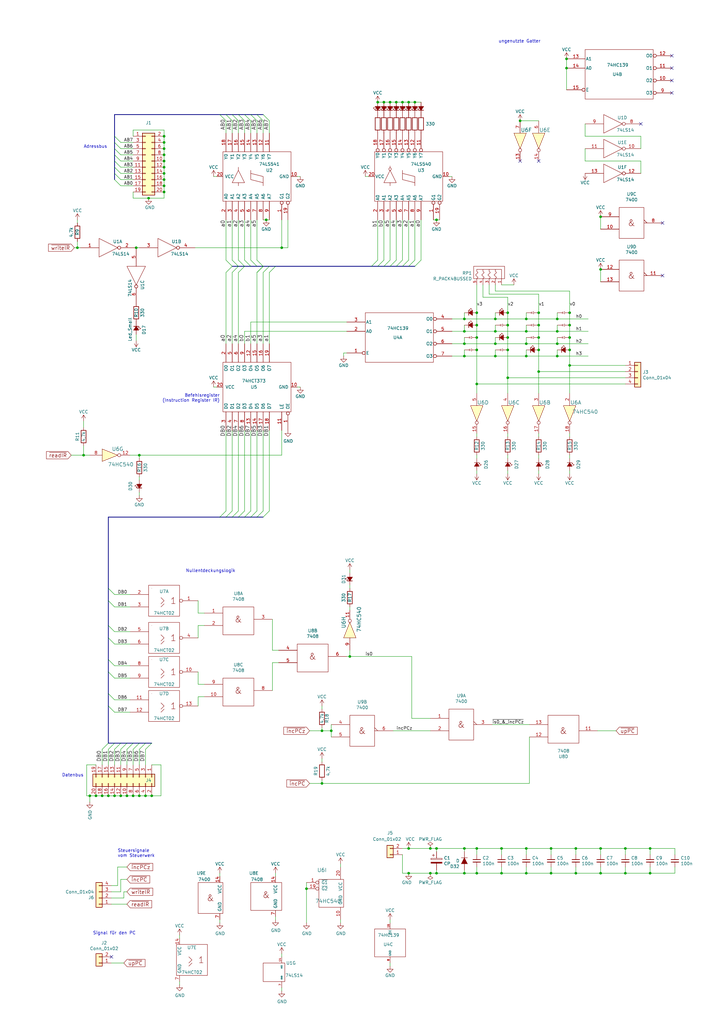
<source format=kicad_sch>
(kicad_sch (version 20230121) (generator eeschema)
  (paper "A3" portrait)
  (title_block (title "Befehle") (date "2019-02-11") (rev "2.0") (company "AGI"))
  (junction (at 132.08 299.72))
  (junction (at 154.94 41.91))
  (junction (at 55.88 101.6))
  (junction (at 115.57 101.6))
  (junction (at 266.7 347.98))
  (junction (at 205.74 347.98))
  (junction (at 246.38 358.14))
  (junction (at 208.28 154.94))
  (junction (at 157.48 41.91))
  (junction (at 236.22 347.98))
  (junction (at 215.9 358.14))
  (junction (at 167.64 358.14))
  (junction (at 220.98 152.4))
  (junction (at 208.28 128.27))
  (junction (at 228.6 146.05))
  (junction (at 228.6 130.81))
  (junction (at 203.2 130.81))
  (junction (at 49.53 326.39))
  (junction (at 57.15 186.69))
  (junction (at 170.18 41.91))
  (junction (at 44.45 326.39))
  (junction (at 67.31 58.42))
  (junction (at 190.5 146.05))
  (junction (at 233.68 149.86))
  (junction (at 67.31 55.88))
  (junction (at 54.61 326.39))
  (junction (at 179.07 90.17))
  (junction (at 52.07 326.39))
  (junction (at 162.56 41.91))
  (junction (at 179.07 347.98))
  (junction (at 203.2 146.05))
  (junction (at 179.07 358.14))
  (junction (at 176.53 358.14))
  (junction (at 203.2 135.89))
  (junction (at 135.89 299.72))
  (junction (at 36.83 326.39))
  (junction (at 195.58 358.14))
  (junction (at 167.64 347.98))
  (junction (at 109.22 90.17))
  (junction (at 208.28 138.43))
  (junction (at 233.68 133.35))
  (junction (at 195.58 128.27))
  (junction (at 233.68 143.51))
  (junction (at 226.06 358.14))
  (junction (at 62.23 326.39))
  (junction (at 67.31 66.04))
  (junction (at 228.6 135.89))
  (junction (at 190.5 130.81))
  (junction (at 232.41 24.13))
  (junction (at 213.36 49.53))
  (junction (at 232.41 27.94))
  (junction (at 67.31 78.74))
  (junction (at 266.7 358.14))
  (junction (at 208.28 133.35))
  (junction (at 165.1 41.91))
  (junction (at 190.5 347.98))
  (junction (at 190.5 140.97))
  (junction (at 233.68 128.27))
  (junction (at 143.51 269.24))
  (junction (at 246.38 347.98))
  (junction (at 246.38 88.9))
  (junction (at 215.9 146.05))
  (junction (at 203.2 140.97))
  (junction (at 59.69 326.39))
  (junction (at 125.73 364.49))
  (junction (at 67.31 76.2))
  (junction (at 67.31 68.58))
  (junction (at 46.99 326.39))
  (junction (at 215.9 135.89))
  (junction (at 220.98 128.27))
  (junction (at 195.58 157.48))
  (junction (at 236.22 358.14))
  (junction (at 195.58 143.51))
  (junction (at 67.31 60.96))
  (junction (at 190.5 358.14))
  (junction (at 205.74 358.14))
  (junction (at 256.54 358.14))
  (junction (at 67.31 73.66))
  (junction (at 60.96 81.28))
  (junction (at 220.98 133.35))
  (junction (at 176.53 347.98))
  (junction (at 39.37 326.39))
  (junction (at 226.06 347.98))
  (junction (at 67.31 63.5))
  (junction (at 195.58 347.98))
  (junction (at 208.28 143.51))
  (junction (at 31.75 101.6))
  (junction (at 246.38 110.49))
  (junction (at 215.9 347.98))
  (junction (at 215.9 140.97))
  (junction (at 215.9 130.81))
  (junction (at 220.98 138.43))
  (junction (at 167.64 41.91))
  (junction (at 160.02 41.91))
  (junction (at 228.6 140.97))
  (junction (at 190.5 135.89))
  (junction (at 57.15 326.39))
  (junction (at 220.98 143.51))
  (junction (at 132.08 321.31))
  (junction (at 233.68 138.43))
  (junction (at 34.29 186.69))
  (junction (at 41.91 326.39))
  (junction (at 67.31 71.12))
  (junction (at 195.58 133.35))
  (junction (at 256.54 347.98))
  (junction (at 195.58 138.43))
  (no_connect (at 220.98 66.04))
  (no_connect (at 271.78 113.03))
  (no_connect (at 275.59 27.94))
  (no_connect (at 45.72 392.43))
  (no_connect (at 213.36 66.04))
  (no_connect (at 271.78 91.44))
  (no_connect (at 262.89 50.8))
  (no_connect (at 275.59 33.02))
  (no_connect (at 275.59 38.1))
  (no_connect (at 275.59 22.86))
  (bus_entry (at 95.25 106.68) (size 2.54 2.54))
  (bus_entry (at 46.99 73.66) (size 2.54 2.54))
  (bus_entry (at 44.45 241.3) (size 2.54 2.54))
  (bus_entry (at 59.69 304.8) (size -2.54 2.54))
  (bus_entry (at 46.99 63.5) (size 2.54 2.54))
  (bus_entry (at 44.45 284.48) (size 2.54 2.54))
  (bus_entry (at 107.95 109.22) (size -2.54 2.54))
  (bus_entry (at 162.56 106.68) (size -2.54 2.54))
  (bus_entry (at 102.87 209.55) (size -2.54 2.54))
  (bus_entry (at 95.25 46.99) (size 2.54 2.54))
  (bus_entry (at 46.99 66.04) (size 2.54 2.54))
  (bus_entry (at 52.07 304.8) (size -2.54 2.54))
  (bus_entry (at 46.99 68.58) (size 2.54 2.54))
  (bus_entry (at 110.49 209.55) (size -2.54 2.54))
  (bus_entry (at 97.79 46.99) (size 2.54 2.54))
  (bus_entry (at 44.45 246.38) (size 2.54 2.54))
  (bus_entry (at 100.33 109.22) (size -2.54 2.54))
  (bus_entry (at 172.72 106.68) (size -2.54 2.54))
  (bus_entry (at 102.87 46.99) (size 2.54 2.54))
  (bus_entry (at 90.17 46.99) (size 2.54 2.54))
  (bus_entry (at 95.25 209.55) (size -2.54 2.54))
  (bus_entry (at 46.99 304.8) (size -2.54 2.54))
  (bus_entry (at 100.33 209.55) (size -2.54 2.54))
  (bus_entry (at 154.94 106.68) (size -2.54 2.54))
  (bus_entry (at 107.95 209.55) (size -2.54 2.54))
  (bus_entry (at 105.41 46.99) (size 2.54 2.54))
  (bus_entry (at 44.45 304.8) (size -2.54 2.54))
  (bus_entry (at 54.61 304.8) (size -2.54 2.54))
  (bus_entry (at 92.71 106.68) (size 2.54 2.54))
  (bus_entry (at 110.49 111.76) (size 2.54 -2.54))
  (bus_entry (at 97.79 109.22) (size -2.54 2.54))
  (bus_entry (at 95.25 109.22) (size -2.54 2.54))
  (bus_entry (at 170.18 106.68) (size -2.54 2.54))
  (bus_entry (at 46.99 60.96) (size 2.54 2.54))
  (bus_entry (at 92.71 209.55) (size -2.54 2.54))
  (bus_entry (at 92.71 46.99) (size 2.54 2.54))
  (bus_entry (at 97.79 106.68) (size 2.54 2.54))
  (bus_entry (at 59.69 307.34) (size 2.54 -2.54))
  (bus_entry (at 46.99 71.12) (size 2.54 2.54))
  (bus_entry (at 100.33 46.99) (size 2.54 2.54))
  (bus_entry (at 105.41 209.55) (size -2.54 2.54))
  (bus_entry (at 44.45 270.51) (size 2.54 2.54))
  (bus_entry (at 49.53 304.8) (size -2.54 2.54))
  (bus_entry (at 165.1 106.68) (size -2.54 2.54))
  (bus_entry (at 44.45 289.56) (size 2.54 2.54))
  (bus_entry (at 46.99 58.42) (size 2.54 2.54))
  (bus_entry (at 97.79 209.55) (size -2.54 2.54))
  (bus_entry (at 100.33 106.68) (size 2.54 2.54))
  (bus_entry (at 46.99 55.88) (size 2.54 2.54))
  (bus_entry (at 107.95 109.22) (size -2.54 2.54))
  (bus_entry (at 102.87 106.68) (size 2.54 2.54))
  (bus_entry (at 167.64 106.68) (size -2.54 2.54))
  (bus_entry (at 107.95 111.76) (size 2.54 -2.54))
  (bus_entry (at 44.45 275.59) (size 2.54 2.54))
  (bus_entry (at 44.45 256.54) (size 2.54 2.54))
  (bus_entry (at 157.48 106.68) (size -2.54 2.54))
  (bus_entry (at 107.95 46.99) (size 2.54 2.54))
  (bus_entry (at 105.41 106.68) (size 2.54 2.54))
  (bus_entry (at 44.45 261.62) (size 2.54 2.54))
  (bus_entry (at 57.15 304.8) (size -2.54 2.54))
  (bus_entry (at 160.02 106.68) (size -2.54 2.54))
  (bus (pts (xy 44.45 304.8) (xy 46.99 304.8)))
  (bus (pts (xy 57.15 304.8) (xy 59.69 304.8)))
  (wire (pts (xy 236.22 358.14) (xy 236.22 355.6)))
  (wire (pts (xy 45.72 368.3) (xy 50.8 368.3)))
  (wire (pts (xy 195.58 157.48) (xy 256.54 157.48)))
  (wire (pts (xy 30.48 101.6) (xy 31.75 101.6)))
  (wire (pts (xy 203.2 140.97) (xy 215.9 140.97)))
  (wire (pts (xy 105.41 176.53) (xy 105.41 209.55)))
  (wire (pts (xy 52.07 326.39) (xy 49.53 326.39)))
  (wire (pts (xy 154.94 90.17) (xy 154.94 106.68)))
  (wire (pts (xy 107.95 176.53) (xy 107.95 209.55)))
  (wire (pts (xy 53.34 287.02) (xy 46.99 287.02)))
  (wire (pts (xy 115.57 101.6) (xy 118.11 101.6)))
  (wire (pts (xy 203.2 116.84) (xy 203.2 119.38)))
  (wire (pts (xy 110.49 176.53) (xy 110.49 209.55)))
  (wire (pts (xy 215.9 146.05) (xy 228.6 146.05)))
  (wire (pts (xy 87.63 158.75) (xy 88.9 158.75)))
  (wire (pts (xy 203.2 146.05) (xy 215.9 146.05)))
  (wire (pts (xy 220.98 152.4) (xy 256.54 152.4)))
  (wire (pts (xy 215.9 130.81) (xy 228.6 130.81)))
  (bus (pts (xy 100.33 46.99) (xy 102.87 46.99)))
  (wire (pts (xy 246.38 358.14) (xy 256.54 358.14)))
  (wire (pts (xy 236.22 350.52) (xy 236.22 347.98)))
  (wire (pts (xy 97.79 106.68) (xy 97.79 90.17)))
  (wire (pts (xy 139.7 354.33) (xy 139.7 355.6)))
  (wire (pts (xy 67.31 55.88) (xy 67.31 58.42)))
  (bus (pts (xy 46.99 71.12) (xy 46.99 73.66)))
  (wire (pts (xy 167.64 347.98) (xy 176.53 347.98)))
  (wire (pts (xy 160.02 41.91) (xy 162.56 41.91)))
  (wire (pts (xy 41.91 307.34) (xy 41.91 313.69)))
  (wire (pts (xy 92.71 90.17) (xy 92.71 106.68)))
  (bus (pts (xy 46.99 304.8) (xy 49.53 304.8)))
  (bus (pts (xy 44.45 275.59) (xy 44.45 284.48)))
  (wire (pts (xy 107.95 90.17) (xy 109.22 90.17)))
  (wire (pts (xy 81.28 289.56) (xy 81.28 285.75)))
  (wire (pts (xy 100.33 176.53) (xy 100.33 209.55)))
  (wire (pts (xy 81.28 275.59) (xy 81.28 280.67)))
  (wire (pts (xy 228.6 135.89) (xy 241.3 135.89)))
  (wire (pts (xy 167.64 90.17) (xy 167.64 106.68)))
  (wire (pts (xy 36.83 326.39) (xy 35.56 326.39)))
  (wire (pts (xy 195.58 143.51) (xy 195.58 157.48)))
  (wire (pts (xy 233.68 194.31) (xy 233.68 193.04)))
  (wire (pts (xy 205.74 347.98) (xy 215.9 347.98)))
  (bus (pts (xy 97.79 46.99) (xy 100.33 46.99)))
  (bus (pts (xy 54.61 304.8) (xy 57.15 304.8)))
  (wire (pts (xy 54.61 71.12) (xy 49.53 71.12)))
  (wire (pts (xy 110.49 140.97) (xy 110.49 111.76)))
  (wire (pts (xy 215.9 140.97) (xy 228.6 140.97)))
  (wire (pts (xy 179.07 356.87) (xy 179.07 358.14)))
  (wire (pts (xy 132.08 299.72) (xy 132.08 298.45)))
  (bus (pts (xy 100.33 212.09) (xy 102.87 212.09)))
  (wire (pts (xy 92.71 209.55) (xy 92.71 176.53)))
  (wire (pts (xy 110.49 49.53) (xy 110.49 54.61)))
  (wire (pts (xy 198.12 116.84) (xy 198.12 121.92)))
  (wire (pts (xy 35.56 326.39) (xy 35.56 313.69)))
  (wire (pts (xy 195.58 128.27) (xy 195.58 133.35)))
  (wire (pts (xy 66.04 313.69) (xy 66.04 326.39)))
  (wire (pts (xy 81.28 246.38) (xy 81.28 251.46)))
  (wire (pts (xy 135.89 297.18) (xy 135.89 299.72)))
  (wire (pts (xy 185.42 140.97) (xy 190.5 140.97)))
  (wire (pts (xy 102.87 106.68) (xy 102.87 90.17)))
  (wire (pts (xy 200.66 116.84) (xy 200.66 120.65)))
  (wire (pts (xy 81.28 280.67) (xy 83.82 280.67)))
  (wire (pts (xy 45.72 365.76) (xy 49.53 365.76)))
  (bus (pts (xy 154.94 109.22) (xy 157.48 109.22)))
  (wire (pts (xy 240.03 66.04) (xy 240.03 60.96)))
  (bus (pts (xy 97.79 109.22) (xy 100.33 109.22)))
  (wire (pts (xy 220.98 152.4) (xy 220.98 161.29)))
  (wire (pts (xy 53.34 292.1) (xy 46.99 292.1)))
  (wire (pts (xy 67.31 81.28) (xy 60.96 81.28)))
  (wire (pts (xy 132.08 290.83) (xy 132.08 289.56)))
  (wire (pts (xy 165.1 350.52) (xy 165.1 358.14)))
  (wire (pts (xy 168.91 269.24) (xy 168.91 294.64)))
  (bus (pts (xy 95.25 109.22) (xy 97.79 109.22)))
  (bus (pts (xy 46.99 66.04) (xy 46.99 68.58)))
  (wire (pts (xy 262.89 55.88) (xy 240.03 55.88)))
  (wire (pts (xy 73.66 384.81) (xy 73.66 383.54)))
  (wire (pts (xy 276.86 355.6) (xy 276.86 358.14)))
  (wire (pts (xy 213.36 49.53) (xy 220.98 49.53)))
  (wire (pts (xy 276.86 347.98) (xy 276.86 350.52)))
  (wire (pts (xy 111.76 254) (xy 111.76 266.7)))
  (wire (pts (xy 80.01 101.6) (xy 115.57 101.6)))
  (wire (pts (xy 107.95 140.97) (xy 107.95 111.76)))
  (wire (pts (xy 97.79 54.61) (xy 97.79 49.53)))
  (wire (pts (xy 185.42 146.05) (xy 190.5 146.05)))
  (wire (pts (xy 59.69 326.39) (xy 57.15 326.39)))
  (bus (pts (xy 44.45 246.38) (xy 44.45 256.54)))
  (wire (pts (xy 46.99 307.34) (xy 46.99 313.69)))
  (bus (pts (xy 44.45 289.56) (xy 44.45 304.8)))
  (wire (pts (xy 161.29 299.72) (xy 176.53 299.72)))
  (wire (pts (xy 208.28 138.43) (xy 208.28 143.51)))
  (bus (pts (xy 157.48 109.22) (xy 160.02 109.22)))
  (bus (pts (xy 46.99 63.5) (xy 46.99 66.04)))
  (bus (pts (xy 49.53 304.8) (xy 52.07 304.8)))
  (wire (pts (xy 100.33 54.61) (xy 100.33 49.53)))
  (bus (pts (xy 92.71 46.99) (xy 95.25 46.99)))
  (wire (pts (xy 160.02 90.17) (xy 160.02 106.68)))
  (wire (pts (xy 67.31 78.74) (xy 67.31 81.28)))
  (bus (pts (xy 152.4 109.22) (xy 154.94 109.22)))
  (wire (pts (xy 139.7 378.46) (xy 139.7 377.19)))
  (wire (pts (xy 102.87 176.53) (xy 102.87 209.55)))
  (wire (pts (xy 195.58 133.35) (xy 195.58 138.43)))
  (wire (pts (xy 190.5 130.81) (xy 203.2 130.81)))
  (wire (pts (xy 240.03 55.88) (xy 240.03 50.8)))
  (bus (pts (xy 90.17 46.99) (xy 92.71 46.99)))
  (wire (pts (xy 81.28 285.75) (xy 83.82 285.75)))
  (wire (pts (xy 262.89 71.12) (xy 262.89 66.04)))
  (wire (pts (xy 143.51 234.95) (xy 143.51 233.68)))
  (wire (pts (xy 81.28 261.62) (xy 81.28 256.54)))
  (wire (pts (xy 228.6 140.97) (xy 241.3 140.97)))
  (wire (pts (xy 142.24 135.89) (xy 100.33 135.89)))
  (wire (pts (xy 190.5 140.97) (xy 203.2 140.97)))
  (wire (pts (xy 195.58 157.48) (xy 195.58 161.29)))
  (wire (pts (xy 215.9 347.98) (xy 226.06 347.98)))
  (wire (pts (xy 190.5 146.05) (xy 203.2 146.05)))
  (wire (pts (xy 54.61 68.58) (xy 49.53 68.58)))
  (wire (pts (xy 233.68 149.86) (xy 233.68 161.29)))
  (wire (pts (xy 226.06 347.98) (xy 236.22 347.98)))
  (wire (pts (xy 118.11 101.6) (xy 118.11 90.17)))
  (wire (pts (xy 185.42 135.89) (xy 190.5 135.89)))
  (wire (pts (xy 48.26 363.22) (xy 48.26 355.6)))
  (wire (pts (xy 195.58 194.31) (xy 195.58 193.04)))
  (bus (pts (xy 46.99 60.96) (xy 46.99 63.5)))
  (bus (pts (xy 97.79 212.09) (xy 100.33 212.09)))
  (wire (pts (xy 228.6 138.43) (xy 228.6 140.97)))
  (wire (pts (xy 92.71 111.76) (xy 92.71 140.97)))
  (bus (pts (xy 102.87 109.22) (xy 105.41 109.22)))
  (wire (pts (xy 115.57 176.53) (xy 115.57 186.69)))
  (wire (pts (xy 190.5 349.25) (xy 190.5 347.98)))
  (wire (pts (xy 95.25 176.53) (xy 95.25 209.55)))
  (wire (pts (xy 177.8 90.17) (xy 179.07 90.17)))
  (wire (pts (xy 132.08 321.31) (xy 132.08 320.04)))
  (bus (pts (xy 95.25 212.09) (xy 97.79 212.09)))
  (bus (pts (xy 46.99 46.99) (xy 46.99 55.88)))
  (wire (pts (xy 208.28 133.35) (xy 208.28 138.43)))
  (wire (pts (xy 102.87 140.97) (xy 102.87 132.08)))
  (wire (pts (xy 190.5 138.43) (xy 190.5 140.97)))
  (wire (pts (xy 36.83 328.93) (xy 36.83 326.39)))
  (wire (pts (xy 190.5 135.89) (xy 203.2 135.89)))
  (wire (pts (xy 73.66 402.59) (xy 73.66 403.86)))
  (wire (pts (xy 210.82 116.84) (xy 205.74 116.84)))
  (wire (pts (xy 220.98 179.07) (xy 220.98 177.8)))
  (wire (pts (xy 220.98 194.31) (xy 220.98 193.04)))
  (bus (pts (xy 102.87 212.09) (xy 105.41 212.09)))
  (wire (pts (xy 142.24 269.24) (xy 143.51 269.24)))
  (wire (pts (xy 53.34 264.16) (xy 46.99 264.16)))
  (wire (pts (xy 245.11 299.72) (xy 252.73 299.72)))
  (wire (pts (xy 226.06 355.6) (xy 226.06 358.14)))
  (bus (pts (xy 46.99 58.42) (xy 46.99 60.96)))
  (wire (pts (xy 81.28 256.54) (xy 83.82 256.54)))
  (wire (pts (xy 53.34 248.92) (xy 46.99 248.92)))
  (wire (pts (xy 67.31 58.42) (xy 67.31 60.96)))
  (wire (pts (xy 220.98 120.65) (xy 220.98 128.27)))
  (bus (pts (xy 44.45 284.48) (xy 44.45 289.56)))
  (wire (pts (xy 256.54 358.14) (xy 266.7 358.14)))
  (bus (pts (xy 105.41 109.22) (xy 107.95 109.22)))
  (wire (pts (xy 220.98 128.27) (xy 220.98 133.35)))
  (wire (pts (xy 154.94 41.91) (xy 157.48 41.91)))
  (wire (pts (xy 102.87 132.08) (xy 142.24 132.08)))
  (wire (pts (xy 246.38 347.98) (xy 246.38 350.52)))
  (wire (pts (xy 53.34 278.13) (xy 46.99 278.13)))
  (wire (pts (xy 203.2 119.38) (xy 233.68 119.38)))
  (wire (pts (xy 151.13 72.39) (xy 149.86 72.39)))
  (wire (pts (xy 54.61 66.04) (xy 49.53 66.04)))
  (wire (pts (xy 195.58 138.43) (xy 195.58 143.51)))
  (wire (pts (xy 179.07 349.25) (xy 179.07 347.98)))
  (wire (pts (xy 162.56 41.91) (xy 165.1 41.91)))
  (wire (pts (xy 228.6 133.35) (xy 228.6 135.89)))
  (wire (pts (xy 157.48 90.17) (xy 157.48 106.68)))
  (wire (pts (xy 184.15 72.39) (xy 185.42 72.39)))
  (wire (pts (xy 208.28 121.92) (xy 208.28 128.27)))
  (wire (pts (xy 195.58 347.98) (xy 195.58 350.52)))
  (wire (pts (xy 190.5 347.98) (xy 195.58 347.98)))
  (wire (pts (xy 256.54 347.98) (xy 256.54 350.52)))
  (wire (pts (xy 50.8 394.97) (xy 45.72 394.97)))
  (bus (pts (xy 100.33 109.22) (xy 102.87 109.22)))
  (wire (pts (xy 217.17 321.31) (xy 217.17 302.26)))
  (bus (pts (xy 44.45 212.09) (xy 90.17 212.09)))
  (wire (pts (xy 143.51 269.24) (xy 168.91 269.24)))
  (bus (pts (xy 113.03 109.22) (xy 152.4 109.22)))
  (bus (pts (xy 59.69 304.8) (xy 62.23 304.8)))
  (wire (pts (xy 54.61 81.28) (xy 54.61 78.74)))
  (wire (pts (xy 208.28 179.07) (xy 208.28 177.8)))
  (wire (pts (xy 54.61 313.69) (xy 54.61 307.34)))
  (wire (pts (xy 54.61 76.2) (xy 49.53 76.2)))
  (wire (pts (xy 208.28 143.51) (xy 208.28 154.94)))
  (wire (pts (xy 57.15 186.69) (xy 115.57 186.69)))
  (wire (pts (xy 190.5 128.27) (xy 190.5 130.81)))
  (wire (pts (xy 143.51 250.19) (xy 143.51 248.92)))
  (wire (pts (xy 41.91 326.39) (xy 39.37 326.39)))
  (wire (pts (xy 215.9 135.89) (xy 228.6 135.89)))
  (wire (pts (xy 262.89 60.96) (xy 262.89 55.88)))
  (bus (pts (xy 162.56 109.22) (xy 165.1 109.22)))
  (wire (pts (xy 165.1 358.14) (xy 167.64 358.14)))
  (wire (pts (xy 90.17 359.41) (xy 90.17 358.14)))
  (wire (pts (xy 57.15 195.58) (xy 57.15 196.85)))
  (wire (pts (xy 44.45 326.39) (xy 41.91 326.39)))
  (wire (pts (xy 31.75 101.6) (xy 31.75 99.06)))
  (wire (pts (xy 266.7 347.98) (xy 276.86 347.98)))
  (wire (pts (xy 67.31 73.66) (xy 67.31 76.2)))
  (wire (pts (xy 87.63 72.39) (xy 88.9 72.39)))
  (wire (pts (xy 57.15 101.6) (xy 55.88 101.6)))
  (wire (pts (xy 54.61 73.66) (xy 49.53 73.66)))
  (wire (pts (xy 220.98 143.51) (xy 220.98 152.4)))
  (bus (pts (xy 167.64 109.22) (xy 170.18 109.22)))
  (wire (pts (xy 208.28 187.96) (xy 208.28 186.69)))
  (wire (pts (xy 97.79 111.76) (xy 97.79 140.97)))
  (wire (pts (xy 215.9 128.27) (xy 215.9 130.81)))
  (wire (pts (xy 143.51 269.24) (xy 143.51 266.7)))
  (wire (pts (xy 45.72 370.84) (xy 52.07 370.84)))
  (wire (pts (xy 49.53 365.76) (xy 49.53 360.68)))
  (wire (pts (xy 226.06 350.52) (xy 226.06 347.98)))
  (wire (pts (xy 220.98 138.43) (xy 220.98 143.51)))
  (wire (pts (xy 233.68 128.27) (xy 233.68 133.35)))
  (wire (pts (xy 111.76 283.21) (xy 111.76 271.78)))
  (wire (pts (xy 52.07 365.76) (xy 50.8 365.76)))
  (wire (pts (xy 49.53 307.34) (xy 49.53 313.69)))
  (wire (pts (xy 228.6 143.51) (xy 228.6 146.05)))
  (wire (pts (xy 195.58 347.98) (xy 205.74 347.98)))
  (wire (pts (xy 233.68 177.8) (xy 233.68 179.07)))
  (wire (pts (xy 54.61 58.42) (xy 49.53 58.42)))
  (wire (pts (xy 198.12 121.92) (xy 208.28 121.92)))
  (wire (pts (xy 246.38 88.9) (xy 246.38 93.98)))
  (wire (pts (xy 236.22 358.14) (xy 246.38 358.14)))
  (wire (pts (xy 176.53 347.98) (xy 179.07 347.98)))
  (wire (pts (xy 185.42 130.81) (xy 190.5 130.81)))
  (wire (pts (xy 121.92 72.39) (xy 123.19 72.39)))
  (wire (pts (xy 54.61 55.88) (xy 54.61 53.34)))
  (wire (pts (xy 215.9 358.14) (xy 226.06 358.14)))
  (wire (pts (xy 203.2 128.27) (xy 203.2 130.81)))
  (wire (pts (xy 246.38 347.98) (xy 256.54 347.98)))
  (wire (pts (xy 29.21 186.69) (xy 34.29 186.69)))
  (wire (pts (xy 50.8 368.3) (xy 50.8 365.76)))
  (wire (pts (xy 67.31 76.2) (xy 67.31 78.74)))
  (wire (pts (xy 67.31 71.12) (xy 67.31 73.66)))
  (wire (pts (xy 53.34 273.05) (xy 46.99 273.05)))
  (wire (pts (xy 90.17 378.46) (xy 90.17 377.19)))
  (wire (pts (xy 165.1 90.17) (xy 165.1 106.68)))
  (wire (pts (xy 215.9 133.35) (xy 215.9 135.89)))
  (wire (pts (xy 262.89 66.04) (xy 240.03 66.04)))
  (wire (pts (xy 203.2 140.97) (xy 203.2 138.43)))
  (wire (pts (xy 266.7 358.14) (xy 266.7 355.6)))
  (wire (pts (xy 31.75 101.6) (xy 33.02 101.6)))
  (wire (pts (xy 102.87 54.61) (xy 102.87 49.53)))
  (bus (pts (xy 90.17 212.09) (xy 92.71 212.09)))
  (wire (pts (xy 179.07 90.17) (xy 180.34 90.17)))
  (wire (pts (xy 53.34 186.69) (xy 57.15 186.69)))
  (wire (pts (xy 54.61 326.39) (xy 52.07 326.39)))
  (wire (pts (xy 203.2 130.81) (xy 215.9 130.81)))
  (wire (pts (xy 34.29 172.72) (xy 34.29 175.26)))
  (wire (pts (xy 81.28 251.46) (xy 83.82 251.46)))
  (wire (pts (xy 160.02 378.46) (xy 160.02 377.19)))
  (wire (pts (xy 220.98 186.69) (xy 220.98 187.96)))
  (wire (pts (xy 165.1 347.98) (xy 167.64 347.98)))
  (bus (pts (xy 52.07 304.8) (xy 54.61 304.8)))
  (wire (pts (xy 233.68 138.43) (xy 233.68 143.51)))
  (wire (pts (xy 100.33 135.89) (xy 100.33 140.97)))
  (wire (pts (xy 266.7 347.98) (xy 266.7 350.52)))
  (wire (pts (xy 215.9 355.6) (xy 215.9 358.14)))
  (wire (pts (xy 127 299.72) (xy 132.08 299.72)))
  (wire (pts (xy 228.6 130.81) (xy 241.3 130.81)))
  (bus (pts (xy 46.99 68.58) (xy 46.99 71.12)))
  (wire (pts (xy 135.89 299.72) (xy 135.89 302.26)))
  (wire (pts (xy 36.83 326.39) (xy 39.37 326.39)))
  (wire (pts (xy 195.58 358.14) (xy 195.58 355.6)))
  (wire (pts (xy 95.25 54.61) (xy 95.25 49.53)))
  (wire (pts (xy 203.2 135.89) (xy 215.9 135.89)))
  (wire (pts (xy 276.86 358.14) (xy 266.7 358.14)))
  (wire (pts (xy 105.41 54.61) (xy 105.41 49.53)))
  (wire (pts (xy 172.72 90.17) (xy 172.72 106.68)))
  (wire (pts (xy 105.41 111.76) (xy 105.41 140.97)))
  (wire (pts (xy 200.66 120.65) (xy 220.98 120.65)))
  (wire (pts (xy 246.38 110.49) (xy 246.38 115.57)))
  (wire (pts (xy 205.74 347.98) (xy 205.74 350.52)))
  (wire (pts (xy 115.57 392.43) (xy 115.57 391.16)))
  (wire (pts (xy 95.25 111.76) (xy 95.25 140.97)))
  (wire (pts (xy 52.07 313.69) (xy 52.07 307.34)))
  (wire (pts (xy 121.92 158.75) (xy 123.19 158.75)))
  (bus (pts (xy 107.95 109.22) (xy 110.49 109.22)))
  (wire (pts (xy 132.08 299.72) (xy 135.89 299.72)))
  (wire (pts (xy 97.79 176.53) (xy 97.79 209.55)))
  (bus (pts (xy 44.45 261.62) (xy 44.45 270.51)))
  (wire (pts (xy 256.54 347.98) (xy 266.7 347.98)))
  (wire (pts (xy 246.38 355.6) (xy 246.38 358.14)))
  (wire (pts (xy 125.73 364.49) (xy 125.73 378.46)))
  (wire (pts (xy 208.28 154.94) (xy 208.28 161.29)))
  (wire (pts (xy 111.76 266.7) (xy 114.3 266.7)))
  (wire (pts (xy 67.31 60.96) (xy 67.31 63.5)))
  (wire (pts (xy 208.28 154.94) (xy 256.54 154.94)))
  (wire (pts (xy 236.22 347.98) (xy 246.38 347.98)))
  (wire (pts (xy 226.06 358.14) (xy 236.22 358.14)))
  (wire (pts (xy 115.57 101.6) (xy 115.57 90.17)))
  (wire (pts (xy 57.15 313.69) (xy 57.15 307.34)))
  (wire (pts (xy 233.68 149.86) (xy 256.54 149.86)))
  (wire (pts (xy 54.61 53.34) (xy 67.31 53.34)))
  (wire (pts (xy 167.64 41.91) (xy 170.18 41.91)))
  (wire (pts (xy 67.31 53.34) (xy 67.31 55.88)))
  (wire (pts (xy 46.99 326.39) (xy 44.45 326.39)))
  (bus (pts (xy 44.45 241.3) (xy 44.45 246.38)))
  (wire (pts (xy 168.91 294.64) (xy 176.53 294.64)))
  (wire (pts (xy 205.74 358.14) (xy 215.9 358.14)))
  (wire (pts (xy 67.31 66.04) (xy 67.31 68.58)))
  (bus (pts (xy 165.1 109.22) (xy 167.64 109.22)))
  (wire (pts (xy 62.23 313.69) (xy 66.04 313.69)))
  (wire (pts (xy 176.53 358.14) (xy 179.07 358.14)))
  (wire (pts (xy 190.5 143.51) (xy 190.5 146.05)))
  (wire (pts (xy 142.24 144.78) (xy 140.97 144.78)))
  (bus (pts (xy 44.45 256.54) (xy 44.45 261.62)))
  (wire (pts (xy 31.75 91.44) (xy 31.75 90.17)))
  (wire (pts (xy 220.98 133.35) (xy 220.98 138.43)))
  (wire (pts (xy 62.23 326.39) (xy 59.69 326.39)))
  (bus (pts (xy 44.45 212.09) (xy 44.45 241.3)))
  (wire (pts (xy 45.72 363.22) (xy 48.26 363.22)))
  (bus (pts (xy 95.25 46.99) (xy 97.79 46.99)))
  (wire (pts (xy 49.53 326.39) (xy 46.99 326.39)))
  (wire (pts (xy 53.34 243.84) (xy 46.99 243.84)))
  (wire (pts (xy 233.68 186.69) (xy 233.68 187.96)))
  (wire (pts (xy 190.5 358.14) (xy 190.5 356.87)))
  (wire (pts (xy 105.41 106.68) (xy 105.41 90.17)))
  (wire (pts (xy 195.58 179.07) (xy 195.58 177.8)))
  (wire (pts (xy 162.56 90.17) (xy 162.56 106.68)))
  (wire (pts (xy 53.34 259.08) (xy 46.99 259.08)))
  (wire (pts (xy 55.88 137.16) (xy 55.88 139.7)))
  (wire (pts (xy 190.5 358.14) (xy 195.58 358.14)))
  (wire (pts (xy 215.9 143.51) (xy 215.9 146.05)))
  (wire (pts (xy 233.68 133.35) (xy 233.68 138.43)))
  (wire (pts (xy 195.58 116.84) (xy 195.58 128.27)))
  (wire (pts (xy 228.6 128.27) (xy 228.6 130.81)))
  (wire (pts (xy 92.71 54.61) (xy 92.71 49.53)))
  (wire (pts (xy 232.41 24.13) (xy 232.41 27.94)))
  (wire (pts (xy 95.25 106.68) (xy 95.25 90.17)))
  (wire (pts (xy 170.18 90.17) (xy 170.18 106.68)))
  (wire (pts (xy 67.31 68.58) (xy 67.31 71.12)))
  (wire (pts (xy 233.68 119.38) (xy 233.68 128.27)))
  (bus (pts (xy 92.71 212.09) (xy 95.25 212.09)))
  (wire (pts (xy 113.03 359.41) (xy 113.03 358.14)))
  (wire (pts (xy 208.28 128.27) (xy 208.28 133.35)))
  (bus (pts (xy 105.41 212.09) (xy 107.95 212.09)))
  (wire (pts (xy 62.23 326.39) (xy 66.04 326.39)))
  (wire (pts (xy 107.95 54.61) (xy 107.95 49.53)))
  (wire (pts (xy 127 321.31) (xy 132.08 321.31)))
  (wire (pts (xy 205.74 358.14) (xy 205.74 355.6)))
  (wire (pts (xy 203.2 143.51) (xy 203.2 146.05)))
  (wire (pts (xy 167.64 358.14) (xy 176.53 358.14)))
  (wire (pts (xy 35.56 313.69) (xy 39.37 313.69)))
  (bus (pts (xy 46.99 55.88) (xy 46.99 58.42)))
  (wire (pts (xy 228.6 146.05) (xy 241.3 146.05)))
  (wire (pts (xy 215.9 347.98) (xy 215.9 350.52)))
  (wire (pts (xy 54.61 60.96) (xy 49.53 60.96)))
  (wire (pts (xy 233.68 143.51) (xy 233.68 149.86)))
  (wire (pts (xy 48.26 355.6) (xy 52.07 355.6)))
  (wire (pts (xy 179.07 358.14) (xy 190.5 358.14)))
  (bus (pts (xy 102.87 46.99) (xy 105.41 46.99)))
  (wire (pts (xy 170.18 41.91) (xy 172.72 41.91)))
  (wire (pts (xy 57.15 187.96) (xy 57.15 186.69)))
  (wire (pts (xy 60.96 81.28) (xy 54.61 81.28)))
  (bus (pts (xy 110.49 109.22) (xy 113.03 109.22)))
  (wire (pts (xy 140.97 144.78) (xy 140.97 146.05)))
  (wire (pts (xy 203.2 133.35) (xy 203.2 135.89)))
  (wire (pts (xy 57.15 326.39) (xy 54.61 326.39)))
  (bus (pts (xy 160.02 109.22) (xy 162.56 109.22)))
  (wire (pts (xy 179.07 347.98) (xy 190.5 347.98)))
  (wire (pts (xy 190.5 133.35) (xy 190.5 135.89)))
  (wire (pts (xy 44.45 307.34) (xy 44.45 313.69)))
  (wire (pts (xy 143.51 241.3) (xy 143.51 240.03)))
  (wire (pts (xy 195.58 358.14) (xy 205.74 358.14)))
  (wire (pts (xy 232.41 27.94) (xy 232.41 36.83)))
  (wire (pts (xy 57.15 201.93) (xy 57.15 203.2)))
  (bus (pts (xy 44.45 270.51) (xy 44.45 275.59)))
  (wire (pts (xy 109.22 90.17) (xy 110.49 90.17)))
  (wire (pts (xy 67.31 63.5) (xy 67.31 66.04)))
  (wire (pts (xy 132.08 321.31) (xy 217.17 321.31)))
  (wire (pts (xy 215.9 138.43) (xy 215.9 140.97)))
  (wire (pts (xy 201.93 297.18) (xy 217.17 297.18)))
  (wire (pts (xy 34.29 186.69) (xy 36.83 186.69)))
  (wire (pts (xy 115.57 406.4) (xy 115.57 405.13)))
  (wire (pts (xy 165.1 41.91) (xy 167.64 41.91)))
  (wire (pts (xy 113.03 377.19) (xy 113.03 375.92)))
  (bus (pts (xy 105.41 46.99) (xy 107.95 46.99)))
  (wire (pts (xy 195.58 187.96) (xy 195.58 186.69)))
  (wire (pts (xy 59.69 307.34) (xy 59.69 313.69)))
  (wire (pts (xy 54.61 63.5) (xy 49.53 63.5)))
  (wire (pts (xy 132.08 312.42) (xy 132.08 311.15)))
  (wire (pts (xy 125.73 361.95) (xy 125.73 364.49)))
  (wire (pts (xy 49.53 360.68) (xy 52.07 360.68)))
  (wire (pts (xy 160.02 396.24) (xy 160.02 394.97)))
  (wire (pts (xy 34.29 186.69) (xy 34.29 182.88)))
  (wire (pts (xy 111.76 271.78) (xy 114.3 271.78)))
  (wire (pts (xy 208.28 194.31) (xy 208.28 193.04)))
  (wire (pts (xy 100.33 106.68) (xy 100.33 90.17)))
  (wire (pts (xy 157.48 41.91) (xy 160.02 41.91)))
  (wire (pts (xy 256.54 355.6) (xy 256.54 358.14)))
  (bus (pts (xy 46.99 46.99) (xy 90.17 46.99)))
  (text "Befehlsregister\n(Instruction Register IR)" (at 90.17 165.1 0) (effects (font (size 1.27 1.27)) (justify right bottom)))
  (text "Nullentdeckungslogik" (at 76.2 234.95 0) (effects (font (size 1.27 1.27)) (justify left bottom)))
  (text "ungenutzte Gatter" (at 204.47 17.78 0) (effects (font (size 1.27 1.27)) (justify left bottom)))
  (text "Steuersignale\nvom Steuerwerk" (at 48.26 351.79 0) (effects (font (size 1.27 1.27)) (justify left bottom)))
  (text "Signal für den PC" (at 38.1 383.54 0) (effects (font (size 1.27 1.27)) (justify left bottom)))
  (text "Adressbus" (at 34.29 60.96 0) (effects (font (size 1.27 1.27)) (justify left bottom)))
  (text "Datenbus" (at 25.4 318.77 0) (effects (font (size 1.27 1.27)) (justify left bottom)))
  (label "a3" (at 100.33 90.17 270) (effects (font (size 1.524 1.524))))
  (label "DB2" (at 48.26 259.08 0))
  (label "AB2" (at 97.79 53.34 90) (effects (font (size 1.524 1.524))))
  (label "a2" (at 95.25 137.16 270) (effects (font (size 1.524 1.524))))
  (label "b0" (at 100.33 137.16 270) (effects (font (size 1.524 1.524))))
  (label "DB1" (at 44.45 312.42 90) (effects (font (size 1.524 1.524))))
  (label "h2" (at 236.22 140.97 0))
  (label "DB7" (at 59.69 312.42 90) (effects (font (size 1.524 1.524))))
  (label "a1" (at 95.25 90.17 270) (effects (font (size 1.524 1.524))))
  (label "DB0" (at 48.26 243.84 0))
  (label "DB6" (at 57.15 312.42 90) (effects (font (size 1.524 1.524))))
  (label "a0" (at 92.71 137.16 270) (effects (font (size 1.524 1.524))))
  (label "AB2" (at 50.8 71.12 0))
  (label "h1" (at 236.22 135.89 0))
  (label "v3" (at 195.58 125.73 0))
  (label "DB4" (at 48.26 273.05 0))
  (label "DB5" (at 48.26 278.13 0))
  (label "AB6" (at 107.95 53.34 90) (effects (font (size 1.524 1.524))))
  (label "a5" (at 105.41 137.16 270) (effects (font (size 1.524 1.524))))
  (label "AB5" (at 105.41 53.34 90) (effects (font (size 1.524 1.524))))
  (label "a3" (at 165.1 90.17 270) (effects (font (size 1.524 1.524))))
  (label "DB7" (at 48.26 292.1 0))
  (label "is0" (at 149.86 269.24 0))
  (label "a2" (at 167.64 90.17 270) (effects (font (size 1.524 1.524))))
  (label "AB7" (at 110.49 53.34 90) (effects (font (size 1.524 1.524))))
  (label "DB3" (at 48.26 264.16 0))
  (label "a2" (at 97.79 90.17 270) (effects (font (size 1.524 1.524))))
  (label "DB2" (at 95.25 179.07 90) (effects (font (size 1.524 1.524))))
  (label "a4" (at 97.79 137.16 270) (effects (font (size 1.524 1.524))))
  (label "b1" (at 154.94 90.17 270) (effects (font (size 1.524 1.524))))
  (label "DB2" (at 46.99 312.42 90) (effects (font (size 1.524 1.524))))
  (label "a1" (at 110.49 137.16 270) (effects (font (size 1.524 1.524))))
  (label "AB3" (at 50.8 68.58 0))
  (label "DB5" (at 105.41 179.07 90) (effects (font (size 1.524 1.524))))
  (label "AB4" (at 50.8 66.04 0))
  (label "DB3" (at 107.95 179.07 90) (effects (font (size 1.524 1.524))))
  (label "AB4" (at 102.87 53.34 90) (effects (font (size 1.524 1.524))))
  (label "AB6" (at 50.8 60.96 0))
  (label "v1" (at 220.98 125.73 0))
  (label "DB4" (at 52.07 312.42 90) (effects (font (size 1.524 1.524))))
  (label "a1" (at 170.18 90.17 270) (effects (font (size 1.524 1.524))))
  (label "DB6" (at 100.33 179.07 90) (effects (font (size 1.524 1.524))))
  (label "b1" (at 102.87 137.16 270) (effects (font (size 1.524 1.524))))
  (label "DB6" (at 48.26 287.02 0))
  (label "a3" (at 107.95 137.16 270) (effects (font (size 1.524 1.524))))
  (label "DB3" (at 49.53 312.42 90) (effects (font (size 1.524 1.524))))
  (label "AB1" (at 95.25 53.34 90) (effects (font (size 1.524 1.524))))
  (label "DB0" (at 92.71 179.07 90) (effects (font (size 1.524 1.524))))
  (label "a4" (at 162.56 90.17 270) (effects (font (size 1.524 1.524))))
  (label "AB1" (at 50.8 73.66 0))
  (label "DB4" (at 97.79 179.07 90) (effects (font (size 1.524 1.524))))
  (label "AB0" (at 50.8 76.2 0))
  (label "~{is0_&_incPCz}" (at 201.93 297.18 0))
  (label "DB1" (at 48.26 248.92 0))
  (label "a0" (at 92.71 90.17 270) (effects (font (size 1.524 1.524))))
  (label "AB5" (at 50.8 63.5 0))
  (label "a5" (at 160.02 90.17 270) (effects (font (size 1.524 1.524))))
  (label "b0" (at 157.48 90.17 270) (effects (font (size 1.524 1.524))))
  (label "DB1" (at 110.49 179.07 90) (effects (font (size 1.524 1.524))))
  (label "h0" (at 236.22 130.81 0))
  (label "a0" (at 172.72 90.17 270) (effects (font (size 1.524 1.524))))
  (label "incPCz" (at 162.56 299.72 0))
  (label "AB7" (at 50.8 58.42 0))
  (label "a5" (at 105.41 90.17 270) (effects (font (size 1.524 1.524))))
  (label "AB3" (at 100.33 53.34 90) (effects (font (size 1.524 1.524))))
  (label "v0" (at 233.68 125.73 0))
  (label "DB0" (at 41.91 312.42 90) (effects (font (size 1.524 1.524))))
  (label "DB5" (at 54.61 312.42 90) (effects (font (size 1.524 1.524))))
  (label "v2" (at 208.28 125.73 0))
  (label "h3" (at 236.22 146.05 0))
  (label "AB0" (at 92.71 53.34 90) (effects (font (size 1.524 1.524))))
  (label "DB7" (at 102.87 179.07 90) (effects (font (size 1.524 1.524))))
  (label "a4" (at 102.87 90.17 270) (effects (font (size 1.524 1.524))))
  (global_label "~{readIR}" (shape input) (at 29.21 186.69 180) (effects (font (size 1.524 1.524))) (property "Intersheetrefs" "${INTERSHEET_REFS}" (effects hide)))
  (global_label "~{readIR}" (shape input) (at 52.07 370.84 0) (effects (font (size 1.524 1.524))) (property "Intersheetrefs" "${INTERSHEET_REFS}" (effects hide)))
  (global_label "~{incPC}" (shape input) (at 127 321.31 180) (effects (font (size 1.524 1.524))) (property "Intersheetrefs" "${INTERSHEET_REFS}" (effects hide)))
  (global_label "~{incPC}" (shape input) (at 52.07 360.68 0) (effects (font (size 1.524 1.524))) (property "Intersheetrefs" "${INTERSHEET_REFS}" (effects hide)))
  (global_label "~{upPC}" (shape input) (at 252.73 299.72 0) (effects (font (size 1.524 1.524))) (property "Intersheetrefs" "${INTERSHEET_REFS}" (effects hide)))
  (global_label "~{incPCz}" (shape input) (at 127 299.72 180) (effects (font (size 1.524 1.524))) (property "Intersheetrefs" "${INTERSHEET_REFS}" (effects hide)))
  (global_label "~{writeIR}" (shape input) (at 30.48 101.6 180) (effects (font (size 1.524 1.524))) (property "Intersheetrefs" "${INTERSHEET_REFS}" (effects hide)))
  (global_label "~{upPC}" (shape input) (at 50.8 394.97 0) (effects (font (size 1.524 1.524))) (property "Intersheetrefs" "${INTERSHEET_REFS}" (effects hide)))
  (global_label "~{writeIR}" (shape input) (at 52.07 365.76 0) (effects (font (size 1.524 1.524))) (property "Intersheetrefs" "${INTERSHEET_REFS}" (effects hide)))
  (global_label "~{incPCz}" (shape input) (at 52.07 355.6 0) (effects (font (size 1.524 1.524))) (property "Intersheetrefs" "${INTERSHEET_REFS}" (effects hide)))
  (symbol (lib_id "Befehle-rescue:74LS540-74xx-allBonsaiSymbolLibs") (at 167.64 72.39 90) (unit 1)
    (property "Reference" "U3" (at 172.72 69.85 90))
    (property "Value" "74LS540" (at 172.72 67.31 90))
    (property "Footprint" "Package_DIP:DIP-20_W7.62mm_Socket_LongPads" (effects hide))
  )
  (symbol (lib_id "Befehle-rescue:R-device-allBonsaiSymbolLibs") (at 154.94 50.8 180) (unit 1)
    (property "Reference" "R1" (effects hide))
    (property "Value" "330" (effects hide))
    (property "Footprint" "Resistor_THT:R_Axial_DIN0207_L6.3mm_D2.5mm_P10.16mm_Horizontal" (effects hide))
  )
  (symbol (lib_id "Befehle-rescue:R-device-allBonsaiSymbolLibs") (at 157.48 50.8 180) (unit 1)
    (property "Reference" "R2" (effects hide))
    (property "Value" "330" (effects hide))
    (property "Footprint" "Resistor_THT:R_Axial_DIN0207_L6.3mm_D2.5mm_P10.16mm_Horizontal" (effects hide))
  )
  (symbol (lib_id "Befehle-rescue:R-device-allBonsaiSymbolLibs") (at 160.02 50.8 180) (unit 1)
    (property "Reference" "R3" (effects hide))
    (property "Value" "330" (effects hide))
    (property "Footprint" "Resistor_THT:R_Axial_DIN0207_L6.3mm_D2.5mm_P10.16mm_Horizontal" (effects hide))
  )
  (symbol (lib_id "Befehle-rescue:R-device-allBonsaiSymbolLibs") (at 162.56 50.8 180) (unit 1)
    (property "Reference" "R4" (effects hide))
    (property "Value" "330" (effects hide))
    (property "Footprint" "Resistor_THT:R_Axial_DIN0207_L6.3mm_D2.5mm_P10.16mm_Horizontal" (effects hide))
  )
  (symbol (lib_id "Befehle-rescue:R-device-allBonsaiSymbolLibs") (at 165.1 50.8 180) (unit 1)
    (property "Reference" "R5" (effects hide))
    (property "Value" "330" (effects hide))
    (property "Footprint" "Resistor_THT:R_Axial_DIN0207_L6.3mm_D2.5mm_P10.16mm_Horizontal" (effects hide))
  )
  (symbol (lib_id "Befehle-rescue:R-device-allBonsaiSymbolLibs") (at 167.64 50.8 180) (unit 1)
    (property "Reference" "R6" (effects hide))
    (property "Value" "330" (effects hide))
    (property "Footprint" "Resistor_THT:R_Axial_DIN0207_L6.3mm_D2.5mm_P10.16mm_Horizontal" (effects hide))
  )
  (symbol (lib_id "Befehle-rescue:R-device-allBonsaiSymbolLibs") (at 170.18 50.8 180) (unit 1)
    (property "Reference" "R7" (effects hide))
    (property "Value" "330" (effects hide))
    (property "Footprint" "Resistor_THT:R_Axial_DIN0207_L6.3mm_D2.5mm_P10.16mm_Horizontal" (effects hide))
  )
  (symbol (lib_id "Befehle-rescue:R-device-allBonsaiSymbolLibs") (at 172.72 50.8 180) (unit 1)
    (property "Reference" "R8" (effects hide))
    (property "Value" "330" (at 176.53 50.8 0))
    (property "Footprint" "Resistor_THT:R_Axial_DIN0207_L6.3mm_D2.5mm_P10.16mm_Horizontal" (effects hide))
  )
  (symbol (lib_id "Befehle-rescue:LED_Small_ALT-Device") (at 154.94 44.45 90) (unit 1)
    (property "Reference" "D1" (effects hide))
    (property "Value" "Led_Small" (effects hide))
    (property "Footprint" "LED_THT:LED_D3.0mm" (effects hide))
  )
  (symbol (lib_id "Befehle-rescue:LED_Small_ALT-Device") (at 157.48 44.45 90) (unit 1)
    (property "Reference" "D2" (effects hide))
    (property "Value" "Led_Small" (effects hide))
    (property "Footprint" "LED_THT:LED_D3.0mm" (effects hide))
  )
  (symbol (lib_id "Befehle-rescue:LED_Small_ALT-Device") (at 160.02 44.45 90) (unit 1)
    (property "Reference" "D3" (effects hide))
    (property "Value" "Led_Small" (effects hide))
    (property "Footprint" "LED_THT:LED_D3.0mm" (effects hide))
  )
  (symbol (lib_id "Befehle-rescue:LED_Small_ALT-Device") (at 162.56 44.45 90) (unit 1)
    (property "Reference" "D4" (effects hide))
    (property "Value" "Led_Small" (effects hide))
    (property "Footprint" "LED_THT:LED_D3.0mm" (effects hide))
  )
  (symbol (lib_id "Befehle-rescue:LED_Small_ALT-Device") (at 165.1 44.45 90) (unit 1)
    (property "Reference" "D5" (effects hide))
    (property "Value" "Led_Small" (effects hide))
    (property "Footprint" "LED_THT:LED_D3.0mm" (effects hide))
  )
  (symbol (lib_id "Befehle-rescue:LED_Small_ALT-Device") (at 167.64 44.45 90) (unit 1)
    (property "Reference" "D6" (effects hide))
    (property "Value" "Led_Small" (effects hide))
    (property "Footprint" "LED_THT:LED_D3.0mm" (effects hide))
  )
  (symbol (lib_id "Befehle-rescue:LED_Small_ALT-Device") (at 170.18 44.45 90) (unit 1)
    (property "Reference" "D7" (effects hide))
    (property "Value" "Led_Small" (effects hide))
    (property "Footprint" "LED_THT:LED_D3.0mm" (effects hide))
  )
  (symbol (lib_id "Befehle-rescue:LED_Small_ALT-Device") (at 172.72 44.45 90) (unit 1)
    (property "Reference" "D8" (effects hide))
    (property "Value" "LED" (effects hide))
    (property "Footprint" "LED_THT:LED_D3.0mm" (effects hide))
  )
  (symbol (lib_id "Befehle-rescue:74LS373-74xx-allBonsaiSymbolLibs") (at 105.41 158.75 90) (unit 1)
    (property "Reference" "U5" (at 104.14 158.75 90))
    (property "Value" "74HCT373" (at 104.14 156.21 90))
    (property "Footprint" "Package_DIP:DIP-20_W7.62mm_Socket_LongPads" (effects hide))
  )
  (symbol (lib_id "Befehle-rescue:74LS541-74xx-allBonsaiSymbolLibs") (at 105.41 72.39 90) (unit 1)
    (property "Reference" "U2" (at 110.49 69.85 90))
    (property "Value" "74LS541" (at 110.49 67.31 90))
    (property "Footprint" "Package_DIP:DIP-20_W7.62mm_Socket_LongPads" (effects hide))
  )
  (symbol (lib_id "Befehle-rescue:74LS139-74xx-allBonsaiSymbolLibs") (at 163.83 138.43 0) (unit 1)
    (property "Reference" "U4" (at 165.1 138.43 0) (effects (justify right)))
    (property "Value" "74HC139" (at 167.64 134.62 0) (effects (justify right)))
    (property "Footprint" "Package_DIP:DIP-16_W7.62mm_Socket_LongPads" (effects hide))
  )
  (symbol (lib_id "Befehle-rescue:R-device-allBonsaiSymbolLibs") (at 233.68 182.88 180) (unit 1)
    (property "Reference" "R15" (at 233.68 182.88 90))
    (property "Value" "330" (at 236.22 182.88 90))
    (property "Footprint" "Resistor_THT:R_Axial_DIN0207_L6.3mm_D2.5mm_P10.16mm_Horizontal" (effects hide))
  )
  (symbol (lib_id "Befehle-rescue:R-device-allBonsaiSymbolLibs") (at 220.98 182.88 180) (unit 1)
    (property "Reference" "R14" (at 220.98 182.88 90))
    (property "Value" "330" (at 223.52 182.88 90))
    (property "Footprint" "Resistor_THT:R_Axial_DIN0207_L6.3mm_D2.5mm_P10.16mm_Horizontal" (effects hide))
  )
  (symbol (lib_id "Befehle-rescue:R-device-allBonsaiSymbolLibs") (at 208.28 182.88 180) (unit 1)
    (property "Reference" "R13" (at 208.28 182.88 90))
    (property "Value" "330" (at 210.82 182.88 90))
    (property "Footprint" "Resistor_THT:R_Axial_DIN0207_L6.3mm_D2.5mm_P10.16mm_Horizontal" (effects hide))
  )
  (symbol (lib_id "Befehle-rescue:R-device-allBonsaiSymbolLibs") (at 195.58 182.88 180) (unit 1)
    (property "Reference" "R12" (at 195.58 182.88 90))
    (property "Value" "330" (at 198.12 182.88 90))
    (property "Footprint" "Resistor_THT:R_Axial_DIN0207_L6.3mm_D2.5mm_P10.16mm_Horizontal" (effects hide))
  )
  (symbol (lib_id "Befehle-rescue:Led_Small-allBonsaiSymbolLibs") (at 233.68 190.5 270) (unit 1)
    (property "Reference" "D29" (at 237.3122 190.5 0))
    (property "Value" "LED" (effects hide))
    (property "Footprint" "LED_THT:LED_D3.0mm" (effects hide))
  )
  (symbol (lib_id "Befehle-rescue:Led_Small-allBonsaiSymbolLibs") (at 220.98 190.5 270) (unit 1)
    (property "Reference" "D28" (at 224.6122 190.5 0))
    (property "Value" "LED" (effects hide))
    (property "Footprint" "LED_THT:LED_D3.0mm" (effects hide))
  )
  (symbol (lib_id "Befehle-rescue:Led_Small-allBonsaiSymbolLibs") (at 208.28 190.5 270) (unit 1)
    (property "Reference" "D27" (at 211.9122 190.5 0))
    (property "Value" "LED" (effects hide))
    (property "Footprint" "LED_THT:LED_D3.0mm" (effects hide))
  )
  (symbol (lib_id "Befehle-rescue:Led_Small-allBonsaiSymbolLibs") (at 195.58 190.5 270) (unit 1)
    (property "Reference" "D26" (at 199.39 190.5 0))
    (property "Value" "LED" (effects hide))
    (property "Footprint" "LED_THT:LED_D3.0mm" (effects hide))
  )
  (symbol (lib_id "Befehle-rescue:R-device-allBonsaiSymbolLibs") (at 55.88 128.27 180) (unit 1)
    (property "Reference" "R10" (at 55.88 128.27 90))
    (property "Value" "330" (at 58.42 128.27 90))
    (property "Footprint" "Resistor_THT:R_Axial_DIN0207_L6.3mm_D2.5mm_P10.16mm_Horizontal" (effects hide))
  )
  (symbol (lib_id "Befehle-rescue:LED_Small_ALT-Device") (at 55.88 134.62 270) (unit 1)
    (property "Reference" "D17" (at 59.055 133.35 0) (effects (justify left)))
    (property "Value" "Led_Small" (at 53.34 130.175 0) (effects (justify left)))
    (property "Footprint" "LED_THT:LED_D3.0mm" (effects hide))
  )
  (symbol (lib_id "power:VCC") (at 55.88 139.7 180) (unit 1)
    (property "Reference" "#PWR08" (effects hide))
    (property "Value" "VCC" (at 55.88 143.51 0))
  )
  (symbol (lib_id "Befehle-rescue:R-device-allBonsaiSymbolLibs") (at 31.75 95.25 0) (unit 1)
    (property "Reference" "R9" (at 31.75 95.25 90))
    (property "Value" "4,7k" (at 29.21 95.25 90))
    (property "Footprint" "Resistor_THT:R_Axial_DIN0207_L6.3mm_D2.5mm_P10.16mm_Horizontal" (effects hide))
  )
  (symbol (lib_id "power:VCC") (at 31.75 90.17 0) (unit 1)
    (property "Reference" "#PWR04" (effects hide))
    (property "Value" "VCC" (at 31.75 86.36 0))
  )
  (symbol (lib_id "power:GND") (at 109.22 90.17 0) (unit 1)
    (property "Reference" "#PWR05" (effects hide))
    (property "Value" "GND" (at 109.22 93.98 0))
  )
  (symbol (lib_id "power:GND") (at 179.07 90.17 0) (unit 1)
    (property "Reference" "#PWR06" (effects hide))
    (property "Value" "GND" (at 179.07 93.98 0))
  )
  (symbol (lib_id "power:VCC") (at 210.82 116.84 0) (unit 1)
    (property "Reference" "#PWR07" (effects hide))
    (property "Value" "VCC" (at 210.82 113.03 0))
  )
  (symbol (lib_id "power:VCC") (at 139.7 354.33 0) (unit 1)
    (property "Reference" "#PWR021" (effects hide))
    (property "Value" "VCC" (at 139.7 350.52 0))
  )
  (symbol (lib_id "Befehle-rescue:LED_Small_ALT-Device") (at 205.74 128.27 0) (unit 1)
    (property "Reference" "D10" (effects hide))
    (property "Value" "Led_Small" (effects hide))
    (property "Footprint" "bonsai:LED_Diodenmatrix" (effects hide))
  )
  (symbol (lib_id "Befehle-rescue:LED_Small_ALT-Device") (at 193.04 128.27 0) (unit 1)
    (property "Reference" "D9" (effects hide))
    (property "Value" "Led_Small" (effects hide))
    (property "Footprint" "bonsai:LED_Diodenmatrix" (effects hide))
  )
  (symbol (lib_id "Befehle-rescue:LED_Small_ALT-Device") (at 193.04 133.35 0) (unit 1)
    (property "Reference" "D13" (effects hide))
    (property "Value" "Led_Small" (effects hide))
    (property "Footprint" "bonsai:LED_Diodenmatrix" (effects hide))
  )
  (symbol (lib_id "Befehle-rescue:LED_Small_ALT-Device") (at 205.74 138.43 0) (unit 1)
    (property "Reference" "D19" (effects hide))
    (property "Value" "Led_Small" (effects hide))
    (property "Footprint" "bonsai:LED_Diodenmatrix" (effects hide))
  )
  (symbol (lib_id "Befehle-rescue:LED_Small_ALT-Device") (at 231.14 143.51 0) (unit 1)
    (property "Reference" "D25" (effects hide))
    (property "Value" "Led_Small" (effects hide))
    (property "Footprint" "bonsai:LED_Diodenmatrix" (effects hide))
  )
  (symbol (lib_id "Befehle-rescue:LED_Small_ALT-Device") (at 218.44 143.51 0) (unit 1)
    (property "Reference" "D24" (effects hide))
    (property "Value" "Led_Small" (effects hide))
    (property "Footprint" "bonsai:LED_Diodenmatrix" (effects hide))
  )
  (symbol (lib_id "power:GND") (at 140.97 146.05 0) (unit 1)
    (property "Reference" "#PWR09" (effects hide))
    (property "Value" "GND" (at 140.97 149.86 0))
  )
  (symbol (lib_id "Befehle-rescue:R-device-allBonsaiSymbolLibs") (at 132.08 316.23 0) (mirror x) (unit 1)
    (property "Reference" "R19" (at 129.54 316.23 90))
    (property "Value" "4,7k" (at 134.62 316.23 90))
    (property "Footprint" "Resistor_THT:R_Axial_DIN0207_L6.3mm_D2.5mm_P10.16mm_Horizontal" (effects hide))
  )
  (symbol (lib_id "power:VCC") (at 132.08 311.15 0) (unit 1)
    (property "Reference" "#PWR019" (effects hide))
    (property "Value" "VCC" (at 132.08 307.34 0))
  )
  (symbol (lib_id "Befehle-rescue:R-device-allBonsaiSymbolLibs") (at 132.08 294.64 0) (mirror x) (unit 1)
    (property "Reference" "R18" (at 134.112 294.64 90))
    (property "Value" "4,7k" (at 132.08 294.64 90))
    (property "Footprint" "Resistor_THT:R_Axial_DIN0207_L6.3mm_D2.5mm_P10.16mm_Horizontal" (effects hide))
  )
  (symbol (lib_id "power:VCC") (at 132.08 289.56 0) (unit 1)
    (property "Reference" "#PWR018" (effects hide))
    (property "Value" "VCC" (at 132.08 285.75 0))
  )
  (symbol (lib_id "Befehle-rescue:R-device-allBonsaiSymbolLibs") (at 143.51 245.11 0) (unit 1)
    (property "Reference" "R17" (at 143.51 245.11 90))
    (property "Value" "330" (at 140.97 245.11 90))
    (property "Footprint" "Resistor_THT:R_Axial_DIN0207_L6.3mm_D2.5mm_P10.16mm_Horizontal" (effects hide))
  )
  (symbol (lib_id "Befehle-rescue:LED_Small_ALT-Device") (at 143.51 237.49 90) (unit 1)
    (property "Reference" "D31" (at 140.97 237.49 0))
    (property "Value" "LED" (effects hide))
    (property "Footprint" "LED_THT:LED_D3.0mm" (effects hide))
  )
  (symbol (lib_id "power:VCC") (at 143.51 233.68 0) (unit 1)
    (property "Reference" "#PWR017" (effects hide))
    (property "Value" "VCC" (at 143.51 229.87 0))
  )
  (symbol (lib_id "Befehle-rescue:R-device-allBonsaiSymbolLibs") (at 34.29 179.07 0) (mirror x) (unit 1)
    (property "Reference" "R11" (at 31.75 179.07 90))
    (property "Value" "4,7k" (at 34.29 179.07 90))
    (property "Footprint" "Resistor_THT:R_Axial_DIN0207_L6.3mm_D2.5mm_P10.16mm_Horizontal" (effects hide))
  )
  (symbol (lib_id "power:VCC") (at 34.29 172.72 0) (unit 1)
    (property "Reference" "#PWR010" (effects hide))
    (property "Value" "VCC" (at 34.29 168.91 0))
  )
  (symbol (lib_id "Befehle-rescue:R-device-allBonsaiSymbolLibs") (at 57.15 191.77 180) (unit 1)
    (property "Reference" "R16" (at 57.15 191.77 90))
    (property "Value" "330" (at 59.69 191.77 90))
    (property "Footprint" "Resistor_THT:R_Axial_DIN0207_L6.3mm_D2.5mm_P10.16mm_Horizontal" (effects hide))
  )
  (symbol (lib_id "Befehle-rescue:LED_Small_ALT-Device") (at 57.15 199.39 90) (unit 1)
    (property "Reference" "D30" (at 53.5178 199.39 0))
    (property "Value" "LED" (effects hide))
    (property "Footprint" "LED_THT:LED_D3.0mm" (effects hide))
  )
  (symbol (lib_id "power:GND") (at 57.15 203.2 0) (unit 1)
    (property "Reference" "#PWR016" (effects hide))
    (property "Value" "GND" (at 57.15 207.01 0))
  )
  (symbol (lib_id "Befehle-rescue:74540-Bonsai") (at 195.58 170.18 270) (unit 4)
    (property "Reference" "U6" (at 198.12 165.1 90) (effects (font (size 1.524 1.524))))
    (property "Value" "74HC540" (effects hide))
    (property "Footprint" "Package_DIP:DIP-20_W7.62mm_Socket_LongPads" (effects hide))
  )
  (symbol (lib_id "Befehle-rescue:74540-Bonsai") (at 208.28 170.18 270) (unit 3)
    (property "Reference" "U6" (at 210.82 165.1 90) (effects (font (size 1.524 1.524))))
    (property "Value" "74HC540" (effects hide))
    (property "Footprint" "Package_DIP:DIP-20_W7.62mm_Socket_LongPads" (effects hide))
  )
  (symbol (lib_id "Befehle-rescue:74540-Bonsai") (at 220.98 170.18 270) (unit 2)
    (property "Reference" "U6" (at 223.52 165.1 90) (effects (font (size 1.524 1.524))))
    (property "Value" "74HC540" (effects hide))
    (property "Footprint" "Package_DIP:DIP-20_W7.62mm_Socket_LongPads" (effects hide))
  )
  (symbol (lib_id "Befehle-rescue:74540-Bonsai") (at 233.68 170.18 270) (unit 1)
    (property "Reference" "U6" (at 236.22 165.1 90) (effects (font (size 1.524 1.524))))
    (property "Value" "74HC540" (at 240.03 168.91 90) (effects (font (size 1.524 1.524))))
    (property "Footprint" "Package_DIP:DIP-20_W7.62mm_Socket_LongPads" (effects hide))
  )
  (symbol (lib_id "Befehle-rescue:74540-Bonsai") (at 45.72 186.69 0) (unit 7)
    (property "Reference" "U6" (at 48.26 184.15 0) (effects (font (size 1.524 1.524))))
    (property "Value" "74HC540" (at 49.53 190.5 0) (effects (font (size 1.524 1.524))))
    (property "Footprint" "Package_DIP:DIP-20_W7.62mm_Socket_LongPads" (effects hide))
  )
  (symbol (lib_id "Befehle-rescue:74540-Bonsai") (at 143.51 257.81 90) (unit 8)
    (property "Reference" "U6" (at 140.97 255.27 0) (effects (font (size 1.524 1.524))))
    (property "Value" "74HC540" (at 147.32 254 0) (effects (font (size 1.524 1.524))))
    (property "Footprint" "Package_DIP:DIP-20_W7.62mm_Socket_LongPads" (effects hide))
  )
  (symbol (lib_id "Befehle-rescue:74LS14-allBonsaiSymbolLibs") (at 68.58 101.6 0) (unit 2)
    (property "Reference" "U1" (at 72.39 99.06 0))
    (property "Value" "74LS14" (at 73.66 104.14 0))
    (property "Footprint" "Package_DIP:DIP-14_W7.62mm_Socket_LongPads" (effects hide))
  )
  (symbol (lib_id "Befehle-rescue:74LS14-allBonsaiSymbolLibs") (at 44.45 101.6 0) (unit 1)
    (property "Reference" "U1" (at 48.26 99.06 0))
    (property "Value" "74LS14" (at 49.53 104.14 0))
    (property "Footprint" "Package_DIP:DIP-14_W7.62mm_Socket_LongPads" (effects hide))
  )
  (symbol (lib_id "Befehle-rescue:74LS14-allBonsaiSymbolLibs") (at 55.88 113.03 270) (unit 3)
    (property "Reference" "U1" (at 58.42 116.84 0))
    (property "Value" "74LS14" (at 53.34 118.11 0))
    (property "Footprint" "Package_DIP:DIP-14_W7.62mm_Socket_LongPads" (effects hide))
  )
  (symbol (lib_id "power:VCC") (at 154.94 41.91 0) (unit 1)
    (property "Reference" "#PWR01" (effects hide))
    (property "Value" "VCC" (at 154.94 38.1 0))
  )
  (symbol (lib_id "power:GND") (at 139.7 378.46 0) (unit 1)
    (property "Reference" "#PWR025" (effects hide))
    (property "Value" "GND" (at 139.827 382.8542 0))
  )
  (symbol (lib_id "Befehle-rescue:R_PACK4BUSSED-allBonsaiSymbolLibs") (at 200.66 111.76 270) (mirror x) (unit 1)
    (property "Reference" "RP1" (at 193.5988 112.014 90) (effects (justify right)))
    (property "Value" "R_PACK4BUSSED" (at 193.5988 114.3254 90) (effects (justify right)))
    (property "Footprint" "Resistor_THT:R_Array_SIP5" (effects hide))
  )
  (symbol (lib_id "power:GND") (at 36.83 328.93 0) (unit 1)
    (property "Reference" "#PWR020" (effects hide))
    (property "Value" "GND" (at 36.957 332.1812 90) (effects (justify right)))
  )
  (symbol (lib_id "power:PWR_FLAG") (at 176.53 347.98 0) (unit 1)
    (property "Reference" "#FLG01" (effects hide))
    (property "Value" "PWR_FLAG" (at 176.53 344.17 0))
  )
  (symbol (lib_id "power:PWR_FLAG") (at 176.53 358.14 180) (unit 1)
    (property "Reference" "#FLG02" (effects hide))
    (property "Value" "PWR_FLAG" (at 176.53 361.95 0))
  )
  (symbol (lib_id "power:VCC") (at 167.64 347.98 0) (unit 1)
    (property "Reference" "#PWR022" (effects hide))
    (property "Value" "VCC" (at 166.37 344.17 0) (effects (justify left)))
  )
  (symbol (lib_id "power:GND") (at 167.64 358.14 0) (unit 1)
    (property "Reference" "#PWR023" (effects hide))
    (property "Value" "GND" (at 168.91 361.95 0) (effects (justify right)))
  )
  (symbol (lib_id "Befehle-rescue:D-device-allBonsaiSymbolLibs") (at 190.5 353.06 270) (unit 1)
    (property "Reference" "D32" (at 188.5188 355.3714 90) (effects (justify right)))
    (property "Value" "D" (at 188.5188 353.06 90) (effects (justify right)))
    (property "Footprint" "Diode_THT:D_A-405_P10.16mm_Horizontal" (effects hide))
  )
  (symbol (lib_id "Befehle-rescue:C_Small-allBonsaiSymbolLibs") (at 195.58 353.06 0) (unit 1)
    (property "Reference" "C2" (at 197.9168 351.8916 0) (effects (justify left)))
    (property "Value" "100n" (at 197.9168 354.203 0) (effects (justify left)))
    (property "Footprint" "Capacitor_THT:C_Disc_D10.0mm_W2.5mm_P5.00mm" (effects hide))
  )
  (symbol (lib_id "Befehle-rescue:C_Small-allBonsaiSymbolLibs") (at 205.74 353.06 0) (unit 1)
    (property "Reference" "C3" (at 208.0768 351.8916 0) (effects (justify left)))
    (property "Value" "100n" (at 208.0768 354.203 0) (effects (justify left)))
    (property "Footprint" "Capacitor_THT:C_Disc_D10.0mm_W2.5mm_P5.00mm" (effects hide))
  )
  (symbol (lib_id "power:GND") (at 118.11 176.53 0) (unit 1)
    (property "Reference" "#PWR011" (effects hide))
    (property "Value" "GND" (at 118.237 180.9242 0))
  )
  (symbol (lib_id "power:GND") (at 60.96 81.28 0) (unit 1)
    (property "Reference" "#PWR03" (effects hide))
    (property "Value" "GND" (at 63.5 85.09 0) (effects (justify right)))
  )
  (symbol (lib_id "Befehle-rescue:74LS14-allBonsaiSymbolLibs") (at 251.46 71.12 0) (unit 6)
    (property "Reference" "U1" (at 255.27 68.58 0))
    (property "Value" "74LS14" (at 256.54 73.66 0))
    (property "Footprint" "Package_DIP:DIP-14_W7.62mm_Socket_LongPads" (effects hide))
  )
  (symbol (lib_id "Befehle-rescue:74LS14-allBonsaiSymbolLibs") (at 251.46 60.96 0) (unit 5)
    (property "Reference" "U1" (at 255.27 58.42 0))
    (property "Value" "74LS14" (at 256.54 63.5 0))
    (property "Footprint" "Package_DIP:DIP-14_W7.62mm_Socket_LongPads" (effects hide))
  )
  (symbol (lib_id "Befehle-rescue:74LS14-allBonsaiSymbolLibs") (at 251.46 50.8 0) (unit 4)
    (property "Reference" "U1" (at 255.27 48.26 0))
    (property "Value" "74LS14" (at 256.54 53.34 0))
    (property "Footprint" "Package_DIP:DIP-14_W7.62mm_Socket_LongPads" (effects hide))
  )
  (symbol (lib_id "power:VCC") (at 240.03 71.12 180) (unit 1)
    (property "Reference" "#PWR02" (effects hide))
    (property "Value" "VCC" (at 240.03 74.93 0))
  )
  (symbol (lib_id "power:VCC") (at 195.58 194.31 180) (unit 1)
    (property "Reference" "#PWR012" (effects hide))
    (property "Value" "VCC" (at 195.58 198.12 0))
  )
  (symbol (lib_id "Befehle-rescue:C_Small-allBonsaiSymbolLibs") (at 276.86 353.06 0) (unit 1)
    (property "Reference" "C10" (at 279.1968 351.8916 0) (effects (justify left)))
    (property "Value" "100n" (at 279.1968 354.203 0) (effects (justify left)))
    (property "Footprint" "Capacitor_THT:C_Disc_D10.0mm_W2.5mm_P5.00mm" (effects hide))
  )
  (symbol (lib_id "Befehle-rescue:7402-Bonsai") (at 67.31 246.38 0) (unit 1)
    (property "Reference" "U7" (at 67.31 242.57 0))
    (property "Value" "74HCT02" (at 67.31 251.46 0))
    (property "Footprint" "Package_DIP:DIP-14_W7.62mm_Socket_LongPads" (effects hide))
  )
  (symbol (lib_id "Befehle-rescue:7402-Bonsai") (at 67.31 261.62 0) (unit 2)
    (property "Reference" "U7" (at 67.31 257.81 0))
    (property "Value" "74HCT02" (at 67.31 266.7 0))
    (property "Footprint" "Package_DIP:DIP-14_W7.62mm_Socket_LongPads" (effects hide))
  )
  (symbol (lib_id "Befehle-rescue:7402-Bonsai") (at 67.31 275.59 0) (unit 3)
    (property "Reference" "U7" (at 67.31 270.51 0))
    (property "Value" "74HCT02" (at 67.31 280.67 0))
    (property "Footprint" "Package_DIP:DIP-14_W7.62mm_Socket_LongPads" (effects hide))
  )
  (symbol (lib_id "Befehle-rescue:7402-Bonsai") (at 67.31 289.56 0) (unit 4)
    (property "Reference" "U7" (at 67.31 284.48 0))
    (property "Value" "74HCT02" (at 67.31 294.64 0))
    (property "Footprint" "Package_DIP:DIP-14_W7.62mm_Socket_LongPads" (effects hide))
  )
  (symbol (lib_id "Connector_Generic:Conn_02x10_Odd_Even") (at 59.69 66.04 0) (unit 1)
    (property "Reference" "J1" (at 60.96 50.3682 0))
    (property "Value" "Conn_02x10_Odd_Even" (effects hide))
    (property "Footprint" "Connector_PinHeader_2.54mm:PinHeader_2x10_P2.54mm_Vertical" (effects hide))
  )
  (symbol (lib_id "Connector_Generic:Conn_01x04") (at 40.64 368.3 180) (unit 1)
    (property "Reference" "J6" (at 38.608 368.0968 0) (effects (justify left)))
    (property "Value" "Conn_01x04" (at 38.608 365.7854 0) (effects (justify left)))
    (property "Footprint" "Connector_Molex:Molex_KK-254_AE-6410-04A_1x04_P2.54mm_Vertical" (effects hide))
  )
  (symbol (lib_id "Befehle-rescue:74540-Bonsai") (at 134.62 368.3 0) (unit 9)
    (property "Reference" "U6" (at 132.08 356.87 0) (effects (font (size 1.524 1.524))))
    (property "Value" "74HC540" (at 134.62 369.57 0) (effects (font (size 1.524 1.524))))
    (property "Footprint" "Package_DIP:DIP-20_W7.62mm_Socket_LongPads" (effects hide))
  )
  (symbol (lib_id "Befehle-rescue:7408-Bonsai") (at 231.14 299.72 0) (mirror x) (unit 4)
    (property "Reference" "U8" (at 231.14 310.2864 0))
    (property "Value" "7408" (at 231.14 307.975 0))
    (property "Footprint" "Package_DIP:DIP-14_W7.62mm_Socket_LongPads" (effects hide))
  )
  (symbol (lib_id "power:GND") (at 160.02 396.24 0) (unit 1)
    (property "Reference" "#PWR0105" (effects hide))
    (property "Value" "GND" (at 160.02 400.05 0))
  )
  (symbol (lib_id "power:VCC") (at 160.02 377.19 0) (unit 1)
    (property "Reference" "#PWR0106" (effects hide))
    (property "Value" "VCC" (at 160.02 373.38 0))
  )
  (symbol (lib_id "power:GND") (at 123.19 158.75 0) (unit 1)
    (property "Reference" "#PWR0107" (effects hide))
    (property "Value" "GND" (at 123.19 162.56 0))
  )
  (symbol (lib_id "power:VCC") (at 87.63 158.75 0) (unit 1)
    (property "Reference" "#PWR0108" (effects hide))
    (property "Value" "VCC" (at 87.63 154.94 0))
  )
  (symbol (lib_id "power:GND") (at 125.73 378.46 0) (unit 1)
    (property "Reference" "#PWR024" (effects hide))
    (property "Value" "GND" (at 125.857 382.8542 0))
  )
  (symbol (lib_id "power:VCC") (at 87.63 72.39 0) (unit 1)
    (property "Reference" "#PWR0109" (effects hide))
    (property "Value" "VCC" (at 87.63 68.58 0))
  )
  (symbol (lib_id "power:GND") (at 123.19 72.39 0) (unit 1)
    (property "Reference" "#PWR0110" (effects hide))
    (property "Value" "GND" (at 123.19 76.2 0))
  )
  (symbol (lib_id "power:GND") (at 185.42 72.39 0) (unit 1)
    (property "Reference" "#PWR0111" (effects hide))
    (property "Value" "GND" (at 185.42 76.2 0))
  )
  (symbol (lib_id "power:VCC") (at 149.86 72.39 0) (unit 1)
    (property "Reference" "#PWR0112" (effects hide))
    (property "Value" "VCC" (at 149.86 68.58 0))
  )
  (symbol (lib_id "Befehle-rescue:7408-Bonsai") (at 109.22 367.03 0) (unit 5)
    (property "Reference" "U8" (at 104.14 358.14 0))
    (property "Value" "7408" (at 105.41 360.68 0))
    (property "Footprint" "Package_DIP:DIP-14_W7.62mm_Socket_LongPads" (effects hide))
  )
  (symbol (lib_id "power:VCC") (at 113.03 358.14 0) (unit 1)
    (property "Reference" "#PWR0113" (effects hide))
    (property "Value" "VCC" (at 113.03 354.33 0))
  )
  (symbol (lib_id "power:GND") (at 113.03 377.19 0) (unit 1)
    (property "Reference" "#PWR0114" (effects hide))
    (property "Value" "GND" (at 113.157 381.5842 0))
  )
  (symbol (lib_id "Connector_Generic:Conn_01x02") (at 40.64 394.97 180) (unit 1)
    (property "Reference" "J2" (at 42.7228 386.715 0))
    (property "Value" "Conn_01x02" (at 42.7228 389.0264 0))
    (property "Footprint" "Connector_Molex:Molex_KK-254_AE-6410-02A_1x02_P2.54mm_Vertical" (effects hide))
  )
  (symbol (lib_id "Befehle-rescue:7400-Bonsai") (at 259.08 91.44 0) (unit 3)
    (property "Reference" "U9" (at 259.08 79.6036 0))
    (property "Value" "7400" (at 259.08 81.915 0))
    (property "Footprint" "Package_DIP:DIP-14_W7.62mm_Socket_LongPads" (effects hide))
  )
  (symbol (lib_id "Befehle-rescue:7400-Bonsai") (at 259.08 113.03 0) (unit 4)
    (property "Reference" "U9" (at 259.08 101.1936 0))
    (property "Value" "7400" (at 259.08 103.505 0))
    (property "Footprint" "Package_DIP:DIP-14_W7.62mm_Socket_LongPads" (effects hide))
  )
  (symbol (lib_id "Connector_Generic:Conn_01x04") (at 261.62 152.4 0) (unit 1)
    (property "Reference" "J3" (at 263.652 152.6032 0) (effects (justify left)))
    (property "Value" "Conn_01x04" (at 263.652 154.9146 0) (effects (justify left)))
    (property "Footprint" "Connector_Molex:Molex_KK-254_AE-6410-04A_1x04_P2.54mm_Vertical" (effects hide))
  )
  (symbol (lib_id "Connector_Generic:Conn_01x02") (at 160.02 350.52 180) (unit 1)
    (property "Reference" "J5" (at 160.02 341.63 0))
    (property "Value" "Conn_01x02" (at 158.75 344.17 0))
    (property "Footprint" "Connector_Molex:Molex_KK-254_AE-6410-02A_1x02_P2.54mm_Vertical" (effects hide))
  )
  (symbol (lib_id "Befehle-rescue:7400-Bonsai") (at 86.36 368.3 0) (unit 5)
    (property "Reference" "U9" (at 82.55 358.14 0))
    (property "Value" "7400" (at 83.82 360.68 0))
    (property "Footprint" "Package_DIP:DIP-14_W7.62mm_Socket_LongPads" (effects hide))
  )
  (symbol (lib_id "power:VCC") (at 90.17 358.14 0) (unit 1)
    (property "Reference" "#PWR026" (effects hide))
    (property "Value" "VCC" (at 90.17 354.33 0))
  )
  (symbol (lib_id "power:GND") (at 90.17 378.46 0) (unit 1)
    (property "Reference" "#PWR027" (effects hide))
    (property "Value" "GND" (at 90.297 382.8542 0))
  )
  (symbol (lib_id "power:VCC") (at 246.38 88.9 0) (unit 1)
    (property "Reference" "#PWR0101" (effects hide))
    (property "Value" "VCC" (at 246.38 85.09 0))
  )
  (symbol (lib_id "power:VCC") (at 246.38 110.49 0) (unit 1)
    (property "Reference" "#PWR0102" (effects hide))
    (property "Value" "VCC" (at 246.38 106.68 0))
  )
  (symbol (lib_id "Befehle-rescue:74540-Bonsai") (at 220.98 58.42 270) (unit 5)
    (property "Reference" "U6" (at 223.52 53.34 90) (effects (font (size 1.524 1.524))))
    (property "Value" "74HC540" (effects hide))
    (property "Footprint" "Package_DIP:DIP-20_W7.62mm_Socket_LongPads" (effects hide))
  )
  (symbol (lib_id "Befehle-rescue:74540-Bonsai") (at 213.36 58.42 270) (unit 6)
    (property "Reference" "U6" (at 215.9 53.34 90) (effects (font (size 1.524 1.524))))
    (property "Value" "74HC540" (effects hide))
    (property "Footprint" "Package_DIP:DIP-20_W7.62mm_Socket_LongPads" (effects hide))
  )
  (symbol (lib_id "Befehle-rescue:7402-Bonsai") (at 78.74 393.7 0) (unit 5)
    (property "Reference" "U7" (at 78.74 388.62 0))
    (property "Value" "74HCT02" (at 78.74 398.78 0))
    (property "Footprint" "Package_DIP:DIP-14_W7.62mm_Socket_LongPads" (effects hide))
  )
  (symbol (lib_id "power:GND") (at 73.66 403.86 0) (unit 1)
    (property "Reference" "#PWR029" (effects hide))
    (property "Value" "GND" (at 73.787 408.2542 0))
  )
  (symbol (lib_id "power:VCC") (at 73.66 383.54 0) (unit 1)
    (property "Reference" "#PWR028" (effects hide))
    (property "Value" "VCC" (at 73.66 379.73 0))
  )
  (symbol (lib_id "power:VCC") (at 213.36 49.53 0) (unit 1)
    (property "Reference" "#PWR0103" (effects hide))
    (property "Value" "VCC" (at 213.36 45.72 0))
  )
  (symbol (lib_id "Befehle-rescue:74LS139-74xx-allBonsaiSymbolLibs") (at 254 30.48 0) (unit 2)
    (property "Reference" "U4" (at 255.27 30.48 0) (effects (justify right)))
    (property "Value" "74HC139" (at 257.81 26.67 0) (effects (justify right)))
    (property "Footprint" "Package_DIP:DIP-16_W7.62mm_Socket_LongPads" (effects hide))
  )
  (symbol (lib_id "power:VCC") (at 232.41 24.13 0) (unit 1)
    (property "Reference" "#PWR0104" (effects hide))
    (property "Value" "VCC" (at 232.41 20.32 0))
  )
  (symbol (lib_id "Befehle-rescue:74LS139-74xx-allBonsaiSymbolLibs") (at 160.02 387.35 0) (unit 3)
    (property "Reference" "U4" (at 161.29 387.35 0) (effects (justify right)))
    (property "Value" "74HC139" (at 163.83 383.54 0) (effects (justify right)))
    (property "Footprint" "Package_DIP:DIP-16_W7.62mm_Socket_LongPads" (effects hide))
  )
  (symbol (lib_id "Connector_Generic:Conn_02x10_Odd_Even") (at 52.07 318.77 270) (unit 1)
    (property "Reference" "J4" (at 60.96 320.04 90))
    (property "Value" "Conn_02x10_Odd_Even" (effects hide))
    (property "Footprint" "Connector_PinHeader_2.54mm:PinHeader_2x10_P2.54mm_Vertical" (effects hide))
  )
  (symbol (lib_id "Befehle-rescue:7400-Bonsai") (at 189.23 297.18 0) (unit 1)
    (property "Reference" "U9" (at 189.23 285.3436 0))
    (property "Value" "7400" (at 189.23 287.655 0))
    (property "Footprint" "Package_DIP:DIP-14_W7.62mm_Socket_LongPads" (effects hide))
  )
  (symbol (lib_id "Befehle-rescue:7400-Bonsai") (at 148.59 299.72 0) (unit 2)
    (property "Reference" "U9" (at 148.59 287.8836 0))
    (property "Value" "7400" (at 148.59 290.195 0))
    (property "Footprint" "Package_DIP:DIP-14_W7.62mm_Socket_LongPads" (effects hide))
  )
  (symbol (lib_id "Befehle-rescue:74LS14-allBonsaiSymbolLibs") (at 115.57 397.51 0) (unit 7)
    (property "Reference" "U1" (at 119.38 394.97 0))
    (property "Value" "74LS14" (at 120.65 400.05 0))
    (property "Footprint" "Package_DIP:DIP-14_W7.62mm_Socket_LongPads" (effects hide))
  )
  (symbol (lib_id "power:GND") (at 115.57 406.4 0) (unit 1)
    (property "Reference" "#PWR031" (effects hide))
    (property "Value" "GND" (at 115.697 410.7942 0))
  )
  (symbol (lib_id "power:VCC") (at 115.57 391.16 0) (unit 1)
    (property "Reference" "#PWR030" (effects hide))
    (property "Value" "VCC" (at 115.57 387.35 0))
  )
  (symbol (lib_id "Befehle-rescue:7408-Bonsai") (at 97.79 254 0) (unit 1)
    (property "Reference" "U8" (at 97.79 243.4336 0))
    (property "Value" "7408" (at 97.79 245.745 0))
    (property "Footprint" "Package_DIP:DIP-14_W7.62mm_Socket_LongPads" (effects hide))
  )
  (symbol (lib_id "Befehle-rescue:7408-Bonsai") (at 97.79 283.21 0) (unit 3)
    (property "Reference" "U8" (at 97.79 272.6436 0))
    (property "Value" "7408" (at 97.79 274.955 0))
    (property "Footprint" "Package_DIP:DIP-14_W7.62mm_Socket_LongPads" (effects hide))
  )
  (symbol (lib_id "Befehle-rescue:7408-Bonsai") (at 128.27 269.24 0) (unit 2)
    (property "Reference" "U8" (at 128.27 258.6736 0))
    (property "Value" "7408" (at 128.27 260.985 0))
    (property "Footprint" "Package_DIP:DIP-14_W7.62mm_Socket_LongPads" (effects hide))
  )
  (symbol (lib_id "power:VCC") (at 208.28 194.31 180) (unit 1)
    (property "Reference" "#PWR013" (effects hide))
    (property "Value" "VCC" (at 208.28 198.12 0))
  )
  (symbol (lib_id "power:VCC") (at 220.98 194.31 180) (unit 1)
    (property "Reference" "#PWR014" (effects hide))
    (property "Value" "VCC" (at 220.98 198.12 0))
  )
  (symbol (lib_id "power:VCC") (at 233.68 194.31 180) (unit 1)
    (property "Reference" "#PWR015" (effects hide))
    (property "Value" "VCC" (at 233.68 198.12 0))
  )
  (symbol (lib_id "Befehle-rescue:bonsai_Led_Small_Platzhalter-Bonsai") (at 190.5 138.43 0) (unit 1)
    (property "Reference" "D18" (effects hide))
    (property "Value" "bonsai_Led_Small_Platzhalter" (effects hide))
    (property "Footprint" "bonsai:LED_Diodenmatrix_Platzhalter" (effects hide))
  )
  (symbol (lib_id "Befehle-rescue:bonsai_Led_Small_Platzhalter-Bonsai") (at 190.5 143.51 0) (unit 1)
    (property "Reference" "D22" (effects hide))
    (property "Value" "bonsai_Led_Small_Platzhalter" (effects hide))
    (property "Footprint" "bonsai:LED_Diodenmatrix_Platzhalter" (effects hide))
  )
  (symbol (lib_id "Befehle-rescue:bonsai_Led_Small_Platzhalter-Bonsai") (at 203.2 143.51 0) (unit 1)
    (property "Reference" "D23" (effects hide))
    (property "Value" "bonsai_Led_Small_Platzhalter" (effects hide))
    (property "Footprint" "bonsai:LED_Diodenmatrix_Platzhalter" (effects hide))
  )
  (symbol (lib_id "Befehle-rescue:bonsai_Led_Small_Platzhalter-Bonsai") (at 203.2 133.35 0) (unit 1)
    (property "Reference" "D14" (effects hide))
    (property "Value" "bonsai_Led_Small_Platzhalter" (effects hide))
    (property "Footprint" "bonsai:LED_Diodenmatrix_Platzhalter" (effects hide))
  )
  (symbol (lib_id "Befehle-rescue:bonsai_Led_Small_Platzhalter-Bonsai") (at 215.9 133.35 0) (unit 1)
    (property "Reference" "D15" (effects hide))
    (property "Value" "bonsai_Led_Small_Platzhalter" (effects hide))
    (property "Footprint" "bonsai:LED_Diodenmatrix_Platzhalter" (effects hide))
  )
  (symbol (lib_id "Befehle-rescue:bonsai_Led_Small_Platzhalter-Bonsai") (at 215.9 138.43 0) (unit 1)
    (property "Reference" "D20" (effects hide))
    (property "Value" "bonsai_Led_Small_Platzhalter" (effects hide))
    (property "Footprint" "bonsai:LED_Diodenmatrix_Platzhalter" (effects hide))
  )
  (symbol (lib_id "Befehle-rescue:bonsai_Led_Small_Platzhalter-Bonsai") (at 215.9 128.27 0) (unit 1)
    (property "Reference" "D11" (effects hide))
    (property "Value" "bonsai_Led_Small_Platzhalter" (effects hide))
    (property "Footprint" "bonsai:LED_Diodenmatrix_Platzhalter" (effects hide))
  )
  (symbol (lib_id "Befehle-rescue:bonsai_Led_Small_Platzhalter-Bonsai") (at 228.6 128.27 0) (unit 1)
    (property "Reference" "D12" (effects hide))
    (property "Value" "bonsai_Led_Small_Platzhalter" (effects hide))
    (property "Footprint" "bonsai:LED_Diodenmatrix_Platzhalter" (effects hide))
  )
  (symbol (lib_id "Befehle-rescue:bonsai_Led_Small_Platzhalter-Bonsai") (at 228.6 133.35 0) (unit 1)
    (property "Reference" "D16" (effects hide))
    (property "Value" "bonsai_Led_Small_Platzhalter" (effects hide))
    (property "Footprint" "bonsai:LED_Diodenmatrix_Platzhalter" (effects hide))
  )
  (symbol (lib_id "Befehle-rescue:bonsai_Led_Small_Platzhalter-Bonsai") (at 228.6 138.43 0) (unit 1)
    (property "Reference" "D21" (effects hide))
    (property "Value" "bonsai_Led_Small_Platzhalter" (effects hide))
    (property "Footprint" "bonsai:LED_Diodenmatrix_Platzhalter" (effects hide))
  )
  (symbol (lib_id "Befehle-rescue:C_Small-allBonsaiSymbolLibs") (at 215.9 353.06 0) (unit 1)
    (property "Reference" "C4" (at 218.2368 351.8916 0) (effects (justify left)))
    (property "Value" "100n" (at 218.2368 354.203 0) (effects (justify left)))
    (property "Footprint" "Capacitor_THT:C_Disc_D10.0mm_W2.5mm_P5.00mm" (effects hide))
  )
  (symbol (lib_id "Befehle-rescue:C_Small-allBonsaiSymbolLibs") (at 226.06 353.06 0) (unit 1)
    (property "Reference" "C5" (at 228.3968 351.8916 0) (effects (justify left)))
    (property "Value" "100n" (at 228.3968 354.203 0) (effects (justify left)))
    (property "Footprint" "Capacitor_THT:C_Disc_D10.0mm_W2.5mm_P5.00mm" (effects hide))
  )
  (symbol (lib_id "Befehle-rescue:C_Small-allBonsaiSymbolLibs") (at 236.22 353.06 0) (unit 1)
    (property "Reference" "C6" (at 238.5568 351.8916 0) (effects (justify left)))
    (property "Value" "100n" (at 238.5568 354.203 0) (effects (justify left)))
    (property "Footprint" "Capacitor_THT:C_Disc_D10.0mm_W2.5mm_P5.00mm" (effects hide))
  )
  (symbol (lib_id "Befehle-rescue:C_Small-allBonsaiSymbolLibs") (at 246.38 353.06 0) (unit 1)
    (property "Reference" "C7" (at 248.7168 351.8916 0) (effects (justify left)))
    (property "Value" "100n" (at 248.7168 354.203 0) (effects (justify left)))
    (property "Footprint" "Capacitor_THT:C_Disc_D10.0mm_W2.5mm_P5.00mm" (effects hide))
  )
  (symbol (lib_id "Befehle-rescue:C_Small-allBonsaiSymbolLibs") (at 256.54 353.06 0) (unit 1)
    (property "Reference" "C8" (at 258.8768 351.8916 0) (effects (justify left)))
    (property "Value" "100n" (at 258.8768 354.203 0) (effects (justify left)))
    (property "Footprint" "Capacitor_THT:C_Disc_D10.0mm_W2.5mm_P5.00mm" (effects hide))
  )
  (symbol (lib_id "Befehle-rescue:C_Small-allBonsaiSymbolLibs") (at 266.7 353.06 0) (unit 1)
    (property "Reference" "C9" (at 269.0368 351.8916 0) (effects (justify left)))
    (property "Value" "100n" (at 269.0368 354.203 0) (effects (justify left)))
    (property "Footprint" "Capacitor_THT:C_Disc_D10.0mm_W2.5mm_P5.00mm" (effects hide))
  )
  (symbol (lib_id "Befehle-rescue:CP-Device") (at 179.07 353.06 0) (unit 1)
    (property "Reference" "C1" (at 182.0672 351.8916 0) (effects (justify left)))
    (property "Value" "CP" (at 182.0672 354.203 0) (effects (justify left)))
    (property "Footprint" "Capacitor_THT:CP_Radial_D8.0mm_P2.50mm" (effects hide))
  )
)
</source>
